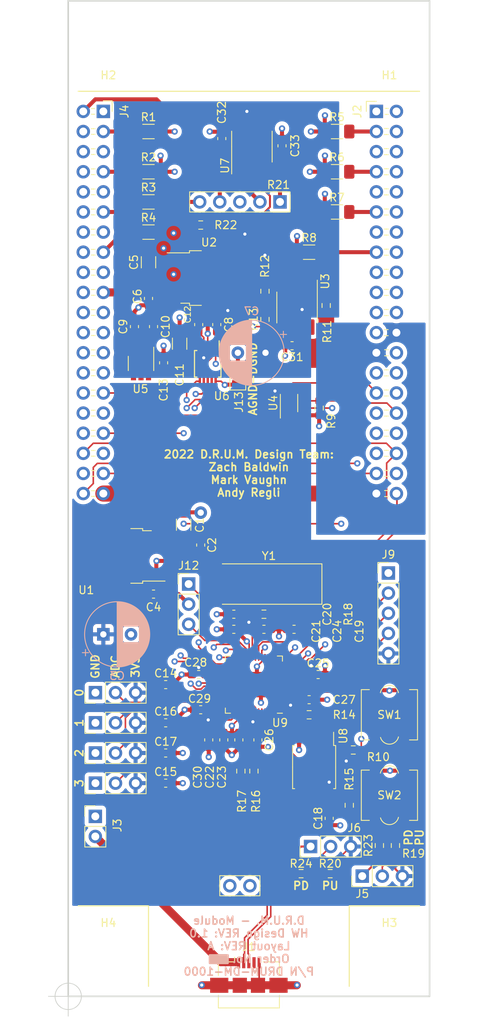
<source format=kicad_pcb>
(kicad_pcb (version 20211014) (generator pcbnew)
  (layers (0 "F.Cu" signal) (1 "In1.Cu" signal) (2 "In2.Cu" signal) (31 "B.Cu" signal) (34 "B.Paste" user) (35 "F.Paste" user) (36 "B.SilkS" user "B.Silkscreen") (37 "F.SilkS" user "F.Silkscreen") (38 "B.Mask" user) (39 "F.Mask" user) (44 "Edge.Cuts" user))
  (net 0 "")
  (net 1 "+5VD")
  (net 2 "GND")
  (net 3 "+3V3")
  (net 4 "+5VA")
  (net 5 "GNDA")
  (net 6 "+3.3VA")
  (net 7 "Net-(C10-Pad1)")
  (net 8 "Net-(C13-Pad1)")
  (net 9 "Net-(C19-Pad2)")
  (net 10 "Net-(C20-Pad1)")
  (net 11 "+1V1")
  (net 12 "Net-(J1-Pad1)")
  (net 13 "/USB_D-")
  (net 14 "/USB_D+")
  (net 16 "/A1")
  (net 17 "/A2")
  (net 18 "/A3")
  (net 19 "/A4")
  (net 20 "/A5")
  (net 21 "/A6")
  (net 22 "/A7")
  (net 23 "/A8")
  (net 25 "/CBUS_SDRETOUT")
  (net 26 "/CBUS_SDIN")
  (net 27 "/CBUS_SCK")
  (net 28 "/CBUS_DRDY")
  (net 29 "/CBUS_EXTRA")
  (net 30 "/Audio Out")
  (net 32 "/CBUS_SDRETIN")
  (net 33 "/CBUS_NEXTPRSNT")
  (net 34 "/CBUS_SDOUT")
  (net 35 "/D.R.U.M. Module Digital/GPIO4_BTN0")
  (net 36 "/D.R.U.M. Module Digital/GPIO5_BTN1")
  (net 37 "/D.R.U.M. Module Digital/GPIO26_ADC0")
  (net 38 "/D.R.U.M. Module Digital/GPIO28_ADC2")
  (net 39 "/D.R.U.M. Module Digital/GPIO3_ENC2")
  (net 40 "/D.R.U.M. Module Digital/GPIO2_ENC1")
  (net 41 "/D.R.U.M. Module Digital/GPIO1_ENC0")
  (net 42 "/D.R.U.M. Module Digital/GPIO27_ADC1")
  (net 43 "/D.R.U.M. Module Digital/GPIO29_ADC3")
  (net 44 "Net-(J12-Pad1)")
  (net 45 "Net-(J12-Pad3)")
  (net 46 "/RUN")
  (net 47 "Net-(R11-Pad2)")
  (net 48 "/CHANNEL_FULL")
  (net 49 "/D.R.U.M. Module Digital/FCSB")
  (net 50 "Net-(R15-Pad2)")
  (net 51 "/D.R.U.M. Module Digital/_USB_D+")
  (net 52 "/D.R.U.M. Module Digital/_USB_D-")
  (net 53 "Net-(R18-Pad2)")
  (net 54 "Net-(C33-Pad1)")
  (net 55 "Net-(R21-Pad2)")
  (net 59 "/DAC_CSB")
  (net 60 "/DAC_SDAT")
  (net 61 "/DAC_SCK")
  (net 65 "/D.R.U.M. Module Digital/FD1")
  (net 66 "/D.R.U.M. Module Digital/FD2")
  (net 67 "/D.R.U.M. Module Digital/FD0")
  (net 68 "/D.R.U.M. Module Digital/FSCLK")
  (net 69 "/D.R.U.M. Module Digital/FD3")
  (net 71 "/DAC_LDACB")
  (net 84 "Net-(R22-Pad1)")
  (footprint "Capacitor_SMD:C_0603_1608Metric_Pad1.08x0.95mm_HandSolder" (layer "F.Cu") (at 155.575 122.555)
    (fp_text reference "C19")
    (fp_text value "27p")
  )
  (footprint "Resistor_SMD:R_0603_1608Metric_Pad0.98x0.95mm_HandSolder" (layer "F.Cu") (at 166.37 149.86 -90)
    (fp_text reference "R23")
    (fp_text value "10k")
  )
  (footprint "Capacitor_SMD:C_0603_1608Metric_Pad1.08x0.95mm_HandSolder" (layer "F.Cu") (at 147.955 122.555 180)
    (fp_text reference "C21")
    (fp_text value "0.1u")
  )
  (footprint "Connector_PinHeader_2.54mm:PinHeader_1x03_P2.54mm_Vertical" (layer "F.Cu") (at 130.444 134.366 90)
    (fp_text reference "J10" hide)
    (fp_text value "Conn_01x03")
  )
  (footprint "Connector_PinHeader_2.54mm:PinHeader_1x05_P2.54mm_Vertical" (layer "F.Cu") (at 167.513 115.448)
    (fp_text reference "J9")
    (fp_text value "Conn_01x05_Male")
  )
  (footprint "Capacitor_SMD:C_0603_1608Metric_Pad1.08x0.95mm_HandSolder" (layer "F.Cu") (at 137.795 118.11)
    (fp_text reference "C4")
    (fp_text value "1u")
  )
  (footprint "Resistor_SMD:R_0603_1608Metric_Pad0.98x0.95mm_HandSolder" (layer "F.Cu") (at 163.068 137.795)
    (fp_text reference "R10")
    (fp_text value "10k")
  )
  (footprint "Connector_PinHeader_2.54mm:PinHeader_1x03_P2.54mm_Vertical" (layer "F.Cu") (at 130.444 138.176 90)
    (fp_text reference "J8" hide)
    (fp_text value "Conn_01x03")
  )
  (footprint "Resistor_SMD:R_0603_1608Metric_Pad0.98x0.95mm_HandSolder" (layer "F.Cu") (at 151.765 120.65)
    (fp_text reference "R18")
    (fp_text value "1k")
  )
  (footprint "Capacitor_SMD:C_0603_1608Metric_Pad1.08x0.95mm_HandSolder" (layer "F.Cu") (at 146.685 136.525 -90)
    (fp_text reference "C22")
    (fp_text value "0.1u")
  )
  (footprint "Connector_PinHeader_2.54mm:PinHeader_1x03_P2.54mm_Vertical" (layer "F.Cu") (at 130.444 141.986 90)
    (fp_text reference "J11" hide)
    (fp_text value "Conn_01x03")
  )
  (footprint "Resistor_SMD:R_1206_3216Metric_Pad1.30x1.75mm_HandSolder" (layer "F.Cu") (at 137.16 68.58)
    (fp_text reference "R3")
    (fp_text value "100k")
  )
  (footprint "Resistor_SMD:R_0603_1608Metric_Pad0.98x0.95mm_HandSolder" (layer "F.Cu") (at 162.56 144.78 -90)
    (fp_text reference "R15")
    (fp_text value "1k")
  )
  (footprint "Package_SO:SOIC-8_5.23x5.23mm_P1.27mm" (layer "F.Cu") (at 158.115 139.954 -90)
    (fp_text reference "U8")
    (fp_text value "W25Q128JVS")
  )
  (footprint "Capacitor_SMD:C_0603_1608Metric_Pad1.08x0.95mm_HandSolder" (layer "F.Cu") (at 139.334 129.54)
    (fp_text reference "C14")
    (fp_text value "1u")
  )
  (footprint "Resistor_SMD:R_0603_1608Metric_Pad0.98x0.95mm_HandSolder" (layer "F.Cu") (at 151.892 83.4155 90)
    (fp_text reference "R13")
    (fp_text value "10k")
  )
  (footprint "Capacitor_SMD:C_0603_1608Metric_Pad1.08x0.95mm_HandSolder" (layer "F.Cu") (at 143.51 128.27 180)
    (fp_text reference "C28")
    (fp_text value "0.1u")
  )
  (footprint "Resistor_SMD:R_0603_1608Metric_Pad0.98x0.95mm_HandSolder" (layer "F.Cu") (at 148.844 140.462 90)
    (fp_text reference "R17")
    (fp_text value "27")
  )
  (footprint "Connector_USB:USB_Micro-B_Amphenol_10104110_Horizontal" (layer "F.Cu") (at 149.86 166.213)
    (fp_text reference "J1")
    (fp_text value "USB_B_Micro")
  )
  (footprint "Resistor_SMD:R_0603_1608Metric_Pad0.98x0.95mm_HandSolder" (layer "F.Cu") (at 151.892 79.8595 90)
    (fp_text reference "R12")
    (fp_text value "1k")
  )
  (footprint "Resistor_SMD:R_0603_1608Metric_Pad0.98x0.95mm_HandSolder" (layer "F.Cu") (at 160.147 153.416)
    (fp_text reference "R20")
    (fp_text value "10k")
  )
  (footprint "Capacitor_SMD:C_0603_1608Metric_Pad1.08x0.95mm_HandSolder" (layer "F.Cu") (at 143.764 132.715 180)
    (fp_text reference "C29")
    (fp_text value "0.1u")
  )
  (footprint "Capacitor_SMD:C_1206_3216Metric_Pad1.33x1.80mm_HandSolder" (layer "F.Cu") (at 141.097 86.487 90)
    (fp_text reference "C11")
    (fp_text value "10u")
  )
  (footprint "Package_SO:VSSOP-8_2.3x2mm_P0.5mm" (layer "F.Cu") (at 154.94 93.98 90)
    (fp_text reference "U4")
    (fp_text value "74LVC2G53")
  )
  (footprint "Resistor_SMD:R_0603_1608Metric_Pad0.98x0.95mm_HandSolder" (layer "F.Cu") (at 150.495 140.462 90)
    (fp_text reference "R16")
    (fp_text value "27")
  )
  (footprint "Package_DFN_QFN:QFN-56-1EP_7x7mm_P0.4mm_EP3.2x3.2mm" (layer "F.Cu") (at 150.495 129.54 180)
    (fp_text reference "U9")
    (fp_text value "RP2040")
  )
  (footprint "MountingHole:MountingHole_3.2mm_M3" (layer "F.Cu") (at 167.64 48.26)
    (fp_text reference "H1")
    (fp_text value "MountingHole")
  )
  (footprint "Resistor_SMD:R_0603_1608Metric_Pad0.98x0.95mm_HandSolder" (layer "F.Cu") (at 168.402 149.86 -90)
    (fp_text reference "R19")
    (fp_text value "10k")
  )
  (footprint "Capacitor_SMD:C_0603_1608Metric_Pad1.08x0.95mm_HandSolder" (layer "F.Cu") (at 148.59 136.525 -90)
    (fp_text reference "C23")
    (fp_text value "1u")
  )
  (footprint "Capacitor_SMD:C_0603_1608Metric_Pad1.08x0.95mm_HandSolder" (layer "F.Cu") (at 139.334 138.176)
    (fp_text reference "C17")
    (fp_text value "1u")
  )
  (footprint "custom:TE_ConnMSLPT5252CG1" (layer "F.Cu") (at 167.64 133.35)
    (fp_text reference "SW1")
    (fp_text value "SW_Push")
  )
  (footprint "Resistor_SMD:R_1206_3216Metric_Pad1.30x1.75mm_HandSolder" (layer "F.Cu") (at 137.16 59.69)
    (fp_text reference "R1")
    (fp_text value "100k")
  )
  (footprint "Capacitor_SMD:C_0603_1608Metric_Pad1.08x0.95mm_HandSolder" (layer "F.Cu") (at 139.334 141.986)
    (fp_text reference "C15")
    (fp_text value "1u")
  )
  (footprint "Capacitor_SMD:C_0603_1608Metric_Pad1.08x0.95mm_HandSolder" (layer "F.Cu") (at 145.796 84.074 90)
    (fp_text reference "C8")
    (fp_text value "1u")
  )
  (footprint "MountingHole:MountingHole_3.2mm_M3" (layer "F.Cu") (at 167.64 163.83)
    (fp_text reference "H3")
    (fp_text value "MountingHole")
  )
  (footprint "Resistor_SMD:R_0603_1608Metric_Pad0.98x0.95mm_HandSolder" (layer "F.Cu") (at 156.464 153.416 180)
    (fp_text reference "R24")
    (fp_text value "10k")
  )
  (footprint "Capacitor_SMD:C_0603_1608Metric_Pad1.08x0.95mm_HandSolder" (layer "F.Cu") (at 147.955 120.65 180)
    (fp_text reference "C20")
    (fp_text value "27p")
  )
  (footprint "Resistor_SMD:R_0603_1608Metric_Pad0.98x0.95mm_HandSolder" (layer "F.Cu") (at 159.639 81.661 90)
    (fp_text reference "R11")
    (fp_text value "10k")
  )
  (footprint "Capacitor_SMD:C_0603_1608Metric_Pad1.08x0.95mm_HandSolder" (layer "F.Cu") (at 143.51 84.074 90)
    (fp_text reference "C12")
    (fp_text value "1u")
  )
  (footprint "Package_TO_SOT_SMD:TO-252-2" (layer "F.Cu") (at 133.95 113.285 180)
    (fp_text reference "U1")
    (fp_text value "NCP1117-3.3_TO252")
  )
  (footprint "Connector_PinHeader_2.54mm:PinHeader_1x03_P2.54mm_Vertical" (layer "F.Cu") (at 142.24 116.84)
    (fp_text reference "J12")
    (fp_text value "Conn_01x03")
  )
  (footprint "Resistor_SMD:R_0603_1608Metric_Pad0.98x0.95mm_HandSolder" (layer "F.Cu") (at 143.764 71.501)
    (fp_text reference "R22")
    (fp_text value "10k")
  )
  (footprint "Capacitor_SMD:C_0603_1608Metric_Pad1.08x0.95mm_HandSolder" (layer "F.Cu") (at 154.051 61.4945 90)
    (fp_text reference "C33")
    (fp_text value "510p")
  )
  (footprint "Package_SO:SOIC-8_3.9x4.9mm_P1.27mm" (layer "F.Cu") (at 150.241 61.595 90)
    (fp_text reference "U7")
    (fp_text value "OPA340UA")
  )
  (footprint "Capacitor_SMD:C_0603_1608Metric_Pad1.08x0.95mm_HandSolder" (layer "F.Cu") (at 157.48 131.445)
    (fp_text reference "C27")
    (fp_text value "0.1u")
  )
  (footprint "custom:LINPOT-10KDB" (layer "F.Cu") (at 148.717 111.76)
    (fp_text reference "R21")
    (fp_text value "LINPOT-1KDB")
  )
  (footprint "Resistor_SMD:R_1206_3216Metric_Pad1.30x1.75mm_HandSolder" (layer "F.Cu") (at 137.16 64.77)
    (fp_text reference "R2")
    (fp_text value "100k")
  )
  (footprint "custom:TE_ConnMSLPT5252CG1" (layer "F.Cu") (at 167.64 143.51)
    (fp_text reference "SW2")
    (fp_text value "SW_Push")
  )
  (footprint "Capacitor_SMD:C_0603_1608Metric_Pad1.08x0.95mm_HandSolder" (layer "F.Cu") (at 137.795 84.328 90)
    (fp_text reference "C10")
    (fp_text value "0.1u")
  )
  (footprint "MountingHole:MountingHole_3.2mm_M3" (layer "F.Cu") (at 132.08 163.83)
    (fp_text reference "H4")
    (fp_text value "MountingHole")
  )
  (footprint "Capacitor_SMD:C_0603_1608Metric_Pad1.08x0.95mm_HandSolder" (layer "F.Cu") (at 151.003 136.525 -90)
    (fp_text reference "C26")
    (fp_text value "0.1u")
  )
  (footprint "Capacitor_SMD:C_0603_1608Metric_Pad1.08x0.95mm_HandSolder" (layer "F.Cu") (at 160.02 146.431 -90)
    (fp_text reference "C18")
    (fp_text value "0.1u")
  )
  (footprint "Resistor_SMD:R_1206_3216Metric_Pad1.30x1.75mm_HandSolder" (layer "F.Cu") (at 161.01 69.85)
    (fp_text reference "R7")
    (fp_text value "100k")
  )
  (footprint "Capacitor_SMD:C_0603_1608Metric_Pad1.08x0.95mm_HandSolder" (layer "F.Cu") (at 143.764 111.9135 -90)
    (fp_text reference "C2")
    (fp_text value "1u")
  )
  (footprint "Capacitor_SMD:C_0603_1608Metric_Pad1.08x0.95mm_HandSolder" (layer "F.Cu") (at 151.765 122.555)
    (fp_text reference "C24")
    (fp_text value "0.1u")
  )
  (footprint "Capacitor_SMD:C_1206_3216Metric_Pad1.33x1.80mm_HandSolder" (layer "F.Cu") (at 137.16 76.2 90)
    (fp_text reference "C5")
    (fp_text value "10u")
  )
  (footprint "Capacitor_SMD:C_0603_1608Metric_Pad1.08x0.95mm_HandSolder" (layer "F.Cu") (at 135.382 84.328 90)
    (fp_text reference "C9")
    (fp_text value "0.1u")
  )
  (footprint "Capacitor_SMD:C_0603_1608Metric_Pad1.08x0.95mm_HandSolder" (layer "F.Cu") (at 139.334 134.366)
    (fp_text reference "C16")
    (fp_text value "1u")
  )
  (footprint "Crystal:Crystal_SMD_HC49-SD" (layer "F.Cu") (at 152.4 116.84 180)
    (fp_text reference "Y1")
    (fp_text value "12MHz 18pF")
  )
  (footprint "MountingHole:MountingHole_3.2mm_M3" (layer "F.Cu") (at 132.08 48.26)
    (fp_text reference "H2")
    (fp_text value "MountingHole")
  )
  (footprint "Connector_PinHeader_2.54mm:PinHeader_1x03_P2.54mm_Vertical" (layer "F.Cu") (at 157.66625 149.987 90)
    (fp_text reference "J6")
    (fp_text value "Conn_01x03_Male")
  )
  (footprint "Capacitor_SMD:C_0603_1608Metric_Pad1.08x0.95mm_HandSolder" (layer "F.Cu") (at 144.78 136.525 -90)
    (fp_text reference "C30")
    (fp_text value "1u")
  )
  (footprint "Connector_PinSocket_2.54mm:PinSocket_2x20_P2.54mm_Horizontal" (layer "F.Cu") (at 131.445 57.15)
    (fp_text reference "J4")
    (fp_text value "40Pin 0.1\"")
  )
  (footprint "Connector_PinHeader_2.54mm:PinHeader_1x03_P2.54mm_Vertical" (layer "F.Cu") (at 164.2025 153.725 90)
    (fp_text reference "J5")
    (fp_text value "Conn_01x03_Male")
  )
  (footprint "Resistor_SMD:R_1206_3216Metric_Pad1.30x1.75mm_HandSolder" (layer "F.Cu") (at 157.48 74.93)
    (fp_text reference "R8")
    (fp_text value "100k")
  )
  (footprint "Connector_PinHeader_2.54mm:PinHeader_1x02_P2.54mm_Vertical" (layer "F.Cu") (at 130.429 146.177)
    (fp_text reference "J3")
    (fp_text value "Conn_01x02_Male")
  )
  (footprint "Connector_PinHeader_2.54mm:PinHeader_2x20_P2.54mm_Horizontal" (layer "F.Cu") (at 165.989 57.15)
    (fp_text reference "J2")
    (fp_text value "40Pin 0.1\"")
  )
  (footprint "Resistor_SMD:R_1206_3216Metric_Pad1.30x1.75mm_HandSolder" (layer "F.Cu") (at 161.01 59.69)
    (fp_text reference "R5")
    (fp_text value "100k")
  )
  (footprint "Resistor_SMD:R_1206_3216Metric_Pad1.30x1.75mm_HandSolder" (layer "F.Cu") (at 161.01 64.77)
    (fp_text reference "R6")
    (fp_text value "100k")
  )
  (footprint "Capacitor_SMD:C_0603_1608Metric_Pad1.08x0.95mm_HandSolder" (layer "F.Cu") (at 137.16 80.772 -90)
    (fp_text reference "C6")
    (fp_text value "1u")
  )
  (footprint "Package_SO:MSOP-10_3x3mm_P0.5mm" (layer "F.Cu") (at 144.653 89.027 -90)
    (fp_text reference "U6")
    (fp_text value "MAX5206")
  )
  (footprint "Jumper:SolderJumper-2_P1.3mm_Open_TrianglePad1.0x1.5mm" (layer "F.Cu") (at 148.463 90.932 90)
    (fp_text reference "J13")
    (fp_text value "0")
  )
  (footprint "Connector_PinHeader_2.54mm:PinHeader_1x03_P2.54mm_Vertical" (layer "F.Cu") (at 130.444 130.556 90)
    (fp_text reference "J7" hide)
    (fp_text value "Conn_01x03")
  )
  (footprint "Package_SO:SOIC-8_3.9x4.9mm_P1.27mm" (layer "F.Cu") (at 155.956 81.915 -90)
    (fp_text reference "U3")
    (fp_text value "OPA340UA")
  )
  (footprint "Capacitor_SMD:C_1206_3216Metric_Pad1.33x1.80mm_HandSolder" (layer "F.Cu") (at 141.605 109.347 90)
    (fp_text reference "C1")
    (fp_text value "10u")
  )
  (footprint "Package_TO_SOT_SMD:TO-252-2" (layer "F.Cu") (at 144.815 78.1925)
    (fp_text reference "U2")
    (fp_text value "NCP1117-3.3_TO252")
  )
  (footprint "Capacitor_SMD:C_0603_1608Metric_Pad1.08x0.95mm_HandSolder" (layer "F.Cu") (at 155.321 86.741 180)
    (fp_text reference "C31")
    (fp_text value "0.1u")
  )
  (footprint "Capacitor_SMD:C_0603_1608Metric_Pad1.08x0.95mm_HandSolder" (layer "F.Cu") (at 146.431 60.579 90)
    (fp_text reference "C32")
    (fp_text value "0.1u")
  )
  (footprint "Resistor_SMD:R_1206_3216Metric_Pad1.30x1.75mm_HandSolder" (layer "F.Cu") (at 137.16 72.39)
    (fp_text reference "R4")
    (fp_text value "100k")
  )
  (footprint "Capacitor_SMD:C_0603_1608Metric_Pad1.08x0.95mm_HandSolder" (layer "F.Cu") (at 158.623 128.27)
    (fp_text reference "C25")
    (fp_text value "0.1u")
  )
  (footprint "Package_TO_SOT_SMD:SOT-23-6_Handsoldering" (layer "F.Cu") (at 136.21 88.98 -90)
    (fp_text reference "U5")
    (fp_text value "MAX6070")
  )
  (footprint "Resistor_SMD:R_0603_1608Metric_Pad0.98x0.95mm_HandSolder" (layer "F.Cu") (at 158.75 94.615 -90)
    (fp_text reference "R9")
    (fp_text value "10k")
  )
  (footprint "Resistor_SMD:R_0603_1608Metric_Pad0.98x0.95mm_HandSolder" (layer "F.Cu") (at 157.48 133.35)
    (fp_text reference "R14")
    (fp_text value "10k")
  )
  (footprint "Capacitor_SMD:C_0603_1608Metric_Pad1.08x0.95mm_HandSolder" (layer "F.Cu") (at 139.07 88.9 90)
    (fp_text reference "C13")
    (fp_text value "0.1u")
  )
  (footprint "Capacitor_THT:CP_Radial_D8.0mm_P3.50mm" (layer "B.Cu") (at 131.445 123.19)
    (fp_text reference "C3")
    (fp_text value "100u")
  )
  (footprint "Capacitor_THT:CP_Radial_D8.0mm_P3.50mm" (layer "B.Cu") (at 151.963 87.63 180)
    (fp_text reference "C7")
    (fp_text value "100u")
  )
  (gr_line (start 137.16 157.48) (end 128.27 157.48) (layer "F.SilkS") (width 0.15))
  (gr_line (start 171.45 157.48) (end 162.56 157.48) (layer "F.SilkS") (width 0.15))
  (gr_line (start 162.56 157.48) (end 162.56 167.64) (layer "F.SilkS") (width 0.15))
  (gr_line (start 128.27 54.61) (end 171.45 54.61) (layer "F.SilkS") (width 0.15))
  (gr_line (start 137.16 167.64) (end 137.16 157.48) (layer "F.SilkS") (width 0.15))
  (gr_rect (start 127 43.18) (end 172.72 168.91) (layer "Edge.Cuts") (width 0.2) (fill none))
  (gr_text "D.R.U.M. - Module\nHW Design REV: 1.0\nLayout REV: A\nOrder No.    \nP/N DRUM-DM-1000" (at 149.86 162.56) (layer "B.SilkS") (effects (font (size 1 1) (thickness 0.2)) (justify mirror)))
  (gr_text "1" (at 128.397 134.366 90) (layer "F.SilkS") (effects (font (size 1 1) (thickness 0.2))))
  (gr_text "AGND-DGND" (at 150.368 90.932 90) (layer "F.SilkS") (effects (font (size 1 1) (thickness 0.2))))
  (gr_text "PU" (at 160.147 154.94) (layer "F.SilkS") (effects (font (size 1 1) (thickness 0.2))))
  (gr_text "ADC" (at 132.969 127.254 90) (layer "F.SilkS") (effects (font (size 1 1) (thickness 0.2))))
  (gr_text "3V3" (at 135.509 127.254 90) (layer "F.SilkS") (effects (font (size 1 1) (thickness 0.2))))
  (gr_text "PU" (at 171.45 148.844 90) (layer "F.SilkS") (effects (font (size 1 1) (thickness 0.2))))
  (gr_text "0" (at 128.397 130.556 90) (layer "F.SilkS") (effects (font (size 1 1) (thickness 0.2))))
  (gr_text "GND\n" (at 130.429 127.254 90) (layer "F.SilkS") (effects (font (size 1 1) (thickness 0.2))))
  (gr_text "3" (at 128.397 141.986 90) (layer "F.SilkS") (effects (font (size 1 1) (thickness 0.2))))
  (gr_text "PD" (at 170.053 148.844 90) (layer "F.SilkS") (effects (font (size 1 1) (thickness 0.2))))
  (gr_text "2022 D.R.U.M. Design Team:\nZach Baldwin\nMark Vaughn\nAndy Regli\n" (at 149.86 102.87) (layer "F.SilkS") (effects (font (size 1 1) (thickness 0.2))))
  (gr_text "2" (at 128.397 138.176 90) (layer "F.SilkS") (effects (font (size 1 1) (thickness 0.2))))
  (gr_text "PD" (at 156.464 154.94) (layer "F.SilkS") (effects (font (size 1 1) (thickness 0.2))))
  (target plus (at 127 168.91) (size 5) (width 0.1) (layer "Edge.Cuts"))
  (segment (start 141.7465 111.051) (end 141.605 110.9095) (width 0.508) (layer "F.Cu") (net 1))
  (segment (start 141.605 110.9095) (end 138.2455 110.9095) (width 0.508) (layer "F.Cu") (net 1))
  (segment (start 138.2455 110.9095) (end 138.15 111.005) (width 0.508) (layer "F.Cu") (net 1))
  (segment (start 143.764 111.051) (end 141.7465 111.051) (width 0.508) (layer "F.Cu") (net 1))
  (segment (start 138.15 111.005) (end 138.176 110.979) (width 2.032) (layer "F.Cu") (net 1))
  (segment (start 138.176 110.979) (end 138.176 105.41) (width 2.032) (layer "F.Cu") (net 1))
  (segment (start 131.445 105.41) (end 138.176 105.41) (width 2.032) (layer "F.Cu") (net 1))
  (segment (start 141.686 111.005) (end 141.732 111.051) (width 0.508) (layer "F.Cu") (net 1))
  (segment (start 138.176 105.41) (end 165.989 105.41) (width 2) (layer "F.Cu") (net 1))
  (segment (start 161.3905 147.2935) (end 161.417 147.32) (width 0.508) (layer "F.Cu") (net 2))
  (segment (start 142.6475 128.27) (end 141.351 128.27) (width 0.508) (layer "F.Cu") (net 2))
  (segment (start 140.97 118.11) (end 142.24 119.38) (width 0.508) (layer "F.Cu") (net 2))
  (segment (start 158.3425 131.445) (end 159.766 131.445) (width 0.508) (layer "F.Cu") (net 2))
  (segment (start 146.685 137.3875) (end 146.685 137.414) (width 0.508) (layer "F.Cu") (net 2))
  (segment (start 158.75 95.5275) (end 158.75 96.901) (width 0.508) (layer "F.Cu") (net 2))
  (segment (start 147.0925 122.555) (end 145.796 122.555) (width 0.508) (layer "F.Cu") (net 2))
  (segment (start 166.37 151.5575) (end 164.2025 153.725) (width 0.25) (layer "F.Cu") (net 2))
  (segment (start 140.1965 134.366) (end 141.732 132.8305) (width 0.508) (layer "F.Cu") (net 2))
  (segment (start 159.4855 127.1535) (end 159.4855 128.27) (width 0.508) (layer "F.Cu") (net 2))
  (segment (start 138.15 115.565) (end 138.15 113.945) (width 0.508) (layer "F.Cu") (net 2))
  (segment (start 155.5515 153.416) (end 155.5515 150.8995) (width 0.25) (layer "F.Cu") (net 2))
  (segment (start 153.67 122.555) (end 153.66916 122.55584) (width 0.508) (layer "F.Cu") (net 2))
  (segment (start 152.2465 137.3875) (end 152.273 137.414) (width 0.508) (layer "F.Cu") (net 2))
  (segment (start 150.495 129.54) (end 151.384 130.429) (width 0.508) (layer "F.Cu") (net 2))
  (segment (start 151.495 126.1025) (end 151.495 125.238) (width 0.2) (layer "F.Cu") (net 2))
  (segment (start 138.176 113.919) (end 142.621 113.919) (width 0.508) (layer "F.Cu") (net 2))
  (segment (start 155.5515 150.8995) (end 156.464 149.987) (width 0.25) (layer "F.Cu") (net 2))
  (segment (start 144.78 137.3875) (end 144.78 138.684) (width 0.508) (layer "F.Cu") (net 2))
  (segment (start 167.692 130.25) (end 167.64 130.302) (width 0.508) (layer "F.Cu") (net 2))
  (segment (start 142.621 113.919) (end 143.764 112.776) (width 0.508) (layer "F.Cu") (net 2))
  (segment (start 140.1965 141.986) (end 141.493 141.986) (width 0.508) (layer "F.Cu") (net 2))
  (segment (start 169.49 130.25) (end 167.692 130.25) (width 0.508) (layer "F.Cu") (net 2))
  (segment (start 150.876 129.159) (end 150.495 129.54) (width 0.508) (layer "F.Cu") (net 2))
  (segment (start 140.1965 129.54) (end 141.351 128.3855) (width 0.508) (layer "F.Cu") (net 2))
  (segment (start 159.512 127.127) (end 159.4855 127.1535) (width 0.508) (layer "F.Cu") (net 2))
  (segment (start 153.61 167.513) (end 155.926 167.513) (width 1.016) (layer "F.Cu") (net 2))
  (segment (start 166.37 150.7725) (end 166.37 151.5575) (width 0.25) (layer "F.Cu") (net 2))
  (segment (start 146.849 91.657) (end 146.812 91.694) (width 0.508) (layer "F.Cu") (net 2))
  (segment (start 142.9015 132.715) (end 141.732 132.715) (width 0.508) (layer "F.Cu") (net 2))
  (segment (start 141.351 128.3855) (end 141.351 128.27) (width 0.508) (layer "F.Cu") (net 2))
  (segment (start 146.11 167.513) (end 143.921 167.513) (width 1.016) (layer "F.Cu") (net 2))
  (segment (start 140.1965 138.176) (end 141.493 138.176) (width 0.508) (layer "F.Cu") (net 2))
  (segment (start 148.59 137.541) (end 147.701 138.43) (width 0.508) (layer "F.Cu") (net 2))
  (segment (start 153.66916 122.55584) (end 153.66916 123.442) (width 0.508) (layer "F.Cu") (net 2))
  (segment (start 138.6575 118.11) (end 140.97 118.11) (width 0.508) (layer "F.Cu") (net 2))
  (segment (start 153.67 122.555) (end 154.7125 122.555) (width 0.508) (layer "F.Cu") (net 2))
  (segment (start 165.79 140.41) (end 169.49 140.41) (width 0.508) (layer "F.Cu") (net 2))
  (segment (start 151.495 125.238) (end 151.892 124.841) (width 0.2) (layer "F.Cu") (net 2))
  (segment (start 151.16 167.363) (end 151.01 167.513) (width 0.2) (layer "F.Cu") (net 2))
  (segment (start 151.495 126.1025) (end 151.495 126.635) (width 0.2) (layer "F.Cu") (net 2))
  (segment (start 147.0925 120.65) (end 145.796 120.65) (width 0.508) (layer "F.Cu") (net 2))
  (segment (start 151.384 130.429) (end 151.384 131.826) (width 0.508) (layer "F.Cu") (net 2))
  (segment (start 156.464 149.987) (end 157.66625 149.987) (width 0.25) (layer "F.Cu") (net 2))
  (segment (start 150.876 127.254) (end 150.876 129.159) (width 0.508) (layer "F.Cu") (net 2))
  (segment (start 143.7255 107.7845) (end 143.764 107.823) (width 0.508) (layer "F.Cu") (net 2))
  (segment (start 141.605 107.7845) (end 143.7255 107.7845) (width 0.508) (layer "F.Cu") (net 2))
  (segment (start 151.003 137.3875) (end 152.2465 137.3875) (width 0.508) (layer "F.Cu") (net 2))
  (segment (start 141.732 132.8305) (end 141.732 132.715) (width 0.508) (layer "F.Cu") (net 2))
  (segment (start 148.59 137.3875) (end 148.59 137.541) (width 0.508) (layer "F.Cu") (net 2))
  (segment (start 151.495 126.635) (end 150.876 127.254) (width 0.2) (layer "F.Cu") (net 2))
  (segment (start 138.6575 116.0725) (end 138.15 115.565) (width 0.508) (layer "F.Cu") (net 2))
  (segment (start 146.345 91.227) (end 146.812 91.694) (width 0.2) (layer "F.Cu") (net 2))
  (segment (start 146.11 167.513) (end 153.61 167.513) (width 1.016) (layer "F.Cu") (net 2))
  (segment (start 152.6275 122.555) (end 153.67 122.555) (width 0.508) (layer "F.Cu") (net 2))
  (segment (start 165.79 130.25) (end 167.588 130.25) (width 0.508) (layer "F.Cu") (net 2))
  (segment (start 160.02 147.2935) (end 161.3905 147.2935) (width 0.508) (layer "F.Cu") (net 2))
  (segment (start 138.6575 118.11) (end 138.6575 116.0725) (width 0.508) (layer "F.Cu") (net 2))
  (segment (start 148.463 91.657) (end 146.849 91.657) (width 0.508) (layer "F.Cu") (net 2))
  (segment (start 146.685 137.414) (end 147.701 138.43) (width 0.508) (layer "F.Cu") (net 2))
  (segment (start 167.588 130.25) (end 167.64 130.302) (width 0.508) (layer "F.Cu") (net 2))
  (segment (start 138.15 113.945) (end 138.176 113.919) (width 0.508) (layer "F.Cu") (net 2))
  (segment (start 158.75 95.5275) (end 154.7935 95.5275) (width 0.508) (layer "F.Cu") (net 2))
  (segment (start 151.16 164.663) (end 151.16 167.363) (width 0.2) (layer "F.Cu") (net 2))
  (segment (start 146.345 91.227) (end 145.653 91.227) (width 0.2) (layer "F.Cu") (net 2))
  (segment (start 156.21 136.354) (end 156.21 137.795) (width 0.508) (layer "F.Cu") (net 2))
  (via (at 151.384 131.826) (size 0.8) (drill 0.4) (layers "F.Cu" "B.Cu") (net 2))
  (via (at 141.351 128.27) (size 0.8) (drill 0.4) (layers "F.Cu" "B.Cu") (net 2))
  (via (at 167.715 140.41) (size 0.8) (drill 0.4) (layers "F.Cu" "B.Cu") (net 2))
  (via (at 144.78 138.684) (size 0.8) (drill 0.4) (layers "F.Cu" "B.Cu") (net 2))
  (via (at 152.273 137.414) (size 0.8) (drill 0.4) (layers "F.Cu" "B.Cu") (net 2))
  (via (at 145.796 120.65) (size 0.8) (drill 0.4) (layers "F.Cu" "B.Cu") (net 2))
  (via (at 151.892 124.841) (size 0.8) (drill 0.4) (layers "F.Cu" "B.Cu") (net 2))
  (via (at 141.493 138.176) (size 0.8) (drill 0.4) (layers "F.Cu" "B.Cu") (net 2))
  (via (at 159.766 131.445) (size 0.8) (drill 0.4) (layers "F.Cu" "B.Cu") (net 2))
  (via (at 155.956 167.483) (size 0.8) (drill 0.4) (layers "F.Cu" "B.Cu") (net 2))
  (via (at 159.512 127.127) (size 0.8) (drill 0.4) (layers "F.Cu" "B.Cu") (net 2))
  (via (at 141.732 132.715) (size 0.8) (drill 0.4) (layers "F.Cu" "B.Cu") (net 2))
  (via (at 145.796 122.555) (size 0.8) (drill 0.4) (layers "F.Cu" "B.Cu") (net 2))
  (via (at 147.701 138.43) (size 0.8) (drill 0.4) (layers "F.Cu" "B.Cu") (net 2))
  (via (at 153.66916 123.442) (size 0.8) (drill 0.4) (layers "F.Cu" "B.Cu") (net 2))
  (via (at 146.812 91.694) (size 0.8) (drill 0.4) (layers "F.Cu" "B.Cu") (net 2))
  (via (at 143.764 107.823) (size 1.6) (drill 0.8) (layers "F.Cu" "B.Cu") (net 2))
  (via (at 156.21 137.795) (size 0.8) (drill 0.4) (layers "F.Cu" "B.Cu") (net 2))
  (via (at 143.891 167.483) (size 0.8) (drill 0.4) (layers "F.Cu" "B.Cu") (net 2))
  (via (at 138.176 113.919) (size 0.8) (drill 0.4) (layers "F.Cu" "B.Cu") (net 2))
  (via (at 167.64 130.302) (size 0.8) (drill 0.4) (layers "F.Cu" "B.Cu") (net 2))
  (via (at 161.417 147.32) (size 0.8) (drill 0.4) (layers "F.Cu" "B.Cu") (net 2))
  (via (at 141.493 141.986) (size 0.8) (drill 0.4) (layers "F.Cu" "B.Cu") (net 2))
  (via (at 150.876 127.254) (size 0.8) (drill 0.4) (layers "F.Cu" "B.Cu") (net 2))
  (via (at 158.75 96.901) (size 0.8) (drill 0.4) (layers "F.Cu" "B.Cu") (net 2))
  (segment (start 150.368 134.239) (end 150.368 135.0275) (width 0.2) (layer "F.Cu") (net 3))
  (segment (start 147.895 132.9775) (end 147.895 132.401) (width 0.2) (layer "F.Cu") (net 3))
  (segment (start 144.78 135.6625) (end 144.78 134.062887) (width 0.508) (layer "F.Cu") (net 3))
  (segment (start 162.179 139.192) (end 162.1555 139.1685) (width 0.508) (layer "F.Cu") (net 3))
  (segment (start 147.895 133.724) (end 147.620613 133.998387) (width 0.2) (layer "F.Cu") (net 3))
  (segment (start 138.4715 138.176) (end 135.524 138.176) (width 0.508) (layer "F.Cu") (net 3))
  (segment (start 150.749 122.555) (end 149.86 121.666) (width 0.508) (layer "F.Cu") (net 3))
  (segment (start 168.402 152.8445) (end 169.2825 153.725) (width 0.25) (layer "F.Cu") (net 3))
  (segment (start 147.0575 128.54) (end 145.943276 128.54) (width 0.2) (layer "F.Cu") (net 3))
  (segment (start 144.380414 128.262086) (end 144.3725 128.27) (width 0.2) (layer "F.Cu") (net 3))
  (segment (start 157.734 128.2435) (end 157.7605 128.27) (width 0.508) (layer "F.Cu") (net 3))
  (segment (start 156.5675 133.35) (end 155.702 133.35) (width 0.2) (layer "F.Cu") (net 3))
  (segment (start 150.295 134.166) (end 150.295 132.9775) (width 0.2) (layer "F.Cu") (net 3))
  (segment (start 160.02 143.554) (end 160.02 141.859) (width 0.508) (layer "F.Cu") (net 3))
  (segment (start 145.99 132.14) (end 145.415 132.715) (width 0.2) (layer "F.Cu") (net 3))
  (segment (start 161.0595 151.67375) (end 162.74625 149.987) (width 0.2) (layer "F.Cu") (net 3))
  (segment (start 147.620613 133.998387) (end 144.7155 133.998387) (width 0.2) (layer "F.Cu") (net 3))
  (segment (start 149.895 132.9775) (end 150.295 132.9775) (width 0.2) (layer "F.Cu") (net 3))
  (segment (start 155.702 133.35) (end 155.134 132.782) (width 0.2) (layer "F.Cu") (net 3))
  (segment (start 138.4715 134.366) (end 135.524 134.366) (width 0.508) (layer "F.Cu") (net 3))
  (segment (start 154.19 92.43) (end 153.188 92.43) (width 0.2) (layer "F.Cu") (net 3))
  (segment (start 144.78 134.062887) (end 144.7155 133.998387) (width 0.508) (layer "F.Cu") (net 3))
  (segment (start 162.1555 139.1685) (end 162.1555 137.795) (width 0.508) (layer "F.Cu") (net 3))
  (segment (start 138.4715 129.54) (end 137.4555 130.556) (width 0.508) (layer "F.Cu") (net 3))
  (segment (start 137.4555 130.556) (end 135.524 130.556) (width 0.508) (layer "F.Cu") (net 3))
  (segment (start 150.368 135.0275) (end 151.003 135.6625) (width 0.2) (layer "F.Cu") (net 3))
  (segment (start 147.895 132.9775) (end 147.895 133.724) (width 0.2) (layer "F.Cu") (net 3))
  (segment (start 153.188 92.43) (end 153.162 92.456) (width 0.2) (layer "F.Cu") (net 3))
  (segment (start 145.665362 128.262086) (end 144.380414 128.262086) (width 0.2) (layer "F.Cu") (net 3))
  (segment (start 144.3725 128.27) (end 144.3725 128.2435) (width 0.508) (layer "F.Cu") (net 3))
  (segment (start 150.368 134.239) (end 150.295 134.166) (width 0.2) (layer "F.Cu") (net 3))
  (segment (start 155.134 132.782) (end 155.134 132.14) (width 0.2) (layer "F.Cu") (net 3))
  (segment (start 160.02 145.5685) (end 160.02 143.554) (width 0.508) (layer "F.Cu") (net 3))
  (segment (start 153.9325 128.54) (end 157.4905 128.54) (width 0.2) (layer "F.Cu") (net 3))
  (segment (start 147.895 132.9775) (end 148.295 132.9775) (width 0.2) (layer "F.Cu") (net 3))
  (segment (start 168.402 150.7725) (end 168.402 152.8445) (width 0.25) (layer "F.Cu") (net 3))
  (segment (start 155.829 131.445) (end 155.134 132.14) (width 0.2) (layer "F.Cu") (net 3))
  (segment (start 150.9025 122.555) (end 150.749 122.555) (width 0.508) (layer "F.Cu") (net 3))
  (segment (start 157.734 127.127) (end 157.734 128.2435) (width 0.508) (layer "F.Cu") (net 3))
  (segment (start 156.6175 131.445) (end 155.829 131.445) (width 0.2) (layer "F.Cu") (net 3))
  (segment (start 150.295 126.1025) (end 150.295 123.1625) (width 0.2) (layer "F.Cu") (net 3))
  (segment (start 161.0595 153.416) (end 161.0595 151.67375) (width 0.2) (layer "F.Cu") (net 3))
  (segment (start 150.295 123.1625) (end 150.9025 122.555) (width 0.2) (layer "F.Cu") (net 3))
  (segment (start 155.134 132.14) (end 153.9325 132.14) (width 0.2) (layer "F.Cu") (net 3))
  (segment (start 147.895 132.401) (end 147.634 132.14) (width 0.2) (layer "F.Cu") (net 3))
  (segment (start 145.943276 128.54) (end 145.665362 128.262086) (width 0.2) (layer "F.Cu") (net 3))
  (segment (start 144.6265 132.715) (end 144.6265 133.909387) (width 0.508) (layer "F.Cu") (net 3))
  (segment (start 147.634 132.14) (end 147.0575 132.14) (width 0.2) (layer "F.Cu") (net 3))
  (segment (start 144.3725 128.2435) (end 143.51 127.381) (width 0.508) (layer "F.Cu") (net 3))
  (segment (start 144.6265 133.909387) (end 144.7155 133.998387) (width 0.508) (layer "F.Cu") (net 3))
  (segment (start 145.415 132.715) (end 144.3725 132.715) (width 0.2) (layer "F.Cu") (net 3))
  (segment (start 157.4905 128.54) (end 157.7605 128.27) (width 0.2) (layer "F.Cu") (net 3))
  (segment (start 138.4715 141.986) (end 135.524 141.986) (width 0.508) (layer "F.Cu") (net 3))
  (segment (start 147.0575 132.14) (end 145.99 132.14) (width 0.2) (layer "F.Cu") (net 3))
  (via (at 144.7155 133.998387) (size 0.8) (drill 0.4) (layers "F.Cu" "B.Cu") (net 3))
  (via (at 160.02 141.859) (size 0.8) (drill 0.4) (layers "F.Cu" "B.Cu") (net 3))
  (via (at 143.51 127.381) (size 0.8) (drill 0.4) (layers "F.Cu" "B.Cu") (net 3))
  (via (at 157.734 127.127) (size 0.8) (drill 0.4) (layers "F.Cu" "B.Cu") (net 3))
  (via (at 150.368 134.239) (size 0.8) (drill 0.4) (layers "F.Cu" "B.Cu") (net 3))
  (via (at 155.134 132.14) (size 0.8) (drill 0.4) (layers "F.Cu" "B.Cu") (net 3))
  (via (at 153.162 92.456) (size 0.8) (drill 0.4) (layers "F.Cu" "B.Cu") (net 3))
  (via (at 162.179 139.192) (size 0.8) (drill 0.4) (layers "F.Cu" "B.Cu") (net 3))
  (via (at 149.86 121.666) (size 0.8) (drill 0.4) (layers "F.Cu" "B.Cu") (net 3))
  (segment (start 138.3295 79.9095) (end 137.16 79.9095) (width 1.016) (layer "F.Cu") (net 4))
  (segment (start 135.26 90.33) (end 135.26 87.63) (width 0.508) (layer "F.Cu") (net 4))
  (segment (start 133.985 83.943139) (end 133.985 80.01) (width 1.016) (layer "F.Cu") (net 4))
  (segment (start 135.26 85.3125) (end 135.382 85.1905) (width 0.508) (layer "F.Cu") (net 4))
  (segment (start 135.232361 85.1905) (end 133.985 83.943139) (width 1.016) (layer "F.Cu") (net 4))
  (segment (start 135.26 87.63) (end 135.26 85.3125) (width 0.508) (layer "F.Cu") (net 4))
  (segment (start 137.0595 80.01) (end 137.16 79.9095) (width 1.016) (layer "F.Cu") (net 4))
  (segment (start 137.16 79.9095) (end 137.16 77.7625) (width 1.016) (layer "F.Cu") (net 4))
  (segment (start 133.985 80.01) (end 137.0595 80.01) (width 1.016) (layer "F.Cu") (net 4))
  (segment (start 138.8925 80.4725) (end 138.3295 79.9095) (width 1.016) (layer "F.Cu") (net 4))
  (segment (start 135.382 85.1905) (end 135.232361 85.1905) (width 1.016) (layer "F.Cu") (net 4))
  (segment (start 131.445 80.01) (end 133.985 80.01) (width 1.016) (layer "F.Cu") (net 4))
  (segment (start 140.615 80.4725) (end 138.8925 80.4725) (width 1.016) (layer "F.Cu") (net 4))
  (segment (start 144.653 85.217) (end 144.653 86.827) (width 0.2) (layer "F.Cu") (net 5))
  (segment (start 136.452499 83.538001) (end 136.452499 86.066943) (width 0.508) (layer "F.Cu") (net 5))
  (segment (start 153.797 67.183) (end 153.797 68.58) (width 0.508) (layer "F.Cu") (net 5))
  (segment (start 154.051 75.946) (end 155.067 74.93) (width 0.2) (layer "F.Cu") (net 5))
  (segment (start 154.051 78.994) (end 154.004 78.947) (width 0.2) (layer "F.Cu") (net 5))
  (segment (start 136.452499 86.066943) (end 136.21 86.309442) (width 0.508) (layer "F.Cu") (net 5))
  (segment (start 159.46 59.69) (end 159.46 57.684) (width 0.508) (layer "F.Cu") (net 5))
  (segment (start 136.21 86.309442) (end 136.21 87.63) (width 0.508) (layer "F.Cu") (net 5))
  (segment (start 144.653 85.217) (end 144.653 83.238) (width 0.508) (layer "F.Cu") (net 5))
  (segment (start 154.051 60.632) (end 154.051 59.309) (width 0.508) (layer "F.Cu") (net 5))
  (segment (start 138.2075 88.9) (end 139.07 88.0375) (width 0.508) (layer "F.Cu") (net 5))
  (segment (start 138.71 62.764) (end 138.684 62.738) (width 0.508) (layer "F.Cu") (net 5))
  (segment (start 159.46 64.77) (end 159.46 62.764) (width 0.508) (layer "F.Cu") (net 5))
  (segment (start 148.463 87.63) (end 148.463 90.203) (width 0.508) (layer "F.Cu") (net 5))
  (segment (start 159.46 59.69) (end 157.708 59.69) (width 0.508) (layer "F.Cu") (net 5))
  (segment (start 144.6265 83.2115) (end 145.796 83.2115) (width 0.508) (layer "F.Cu") (net 5))
  (segment (start 154.051 79.44) (end 154.051 75.946) (width 0.2) (layer "F.Cu") (net 5))
  (segment (start 154.004 78.947) (end 151.892 78.947) (width 0.2) (layer "F.Cu") (net 5))
  (segment (start 159.46 64.77) (end 157.581 64.77) (width 0.508) (layer "F.Cu") (net 5))
  (segment (start 155.93 74.93) (end 155.93 72.924) (width 0.508) (layer "F.Cu") (net 5))
  (segment (start 136.525 88.9) (end 138.2075 88.9) (width 0.508) (layer "F.Cu") (net 5))
  (segment (start 144.9335 59.7165) (end 144.907 59.69) (width 0.508) (layer "F.Cu") (net 5))
  (segment (start 154.4585 86.741) (end 154.4585 87.9845) (width 0.508) (layer "F.Cu") (net 5))
  (segment (start 138.71 68.58) (end 143.637 68.58) (width 0.508) (layer "F.Cu") (net 5))
  (segment (start 135.382 83.4655) (end 136.525 83.4655) (width 0.508) (layer "F.Cu") (net 5))
  (segment (start 146.431 59.7165) (end 144.9335 59.7165) (width 0.508) (layer "F.Cu") (net 5))
  (segment (start 159.46 67.59) (end 159.46 69.85) (width 0.508) (layer "F.Cu") (net 5))
  (segment (start 144.653 83.238) (end 144.6265 83.2115) (width 0.508) (layer "F.Cu") (net 5))
  (segment (start 135.382 82.423) (end 135.89 81.915) (width 0.508) (layer "F.Cu") (net 5))
  (segment (start 137.795 82.2695) (end 137.16 81.6345) (width 0.508) (layer "F.Cu") (net 5))
  (segment (start 143.51 83.2115) (end 144.6265 83.2115) (width 0.508) (layer "F.Cu") (net 5))
  (segment (start 159.486 67.564) (end 159.46 67.59) (width 0.508) (layer "F.Cu") (net 5))
  (segment (start 138.71 64.77) (end 140.462 64.77) (width 0.508) (layer "F.Cu") (net 5))
  (segment (start 155.067 74.93) (end 155.93 74.93) (width 0.2) (layer "F.Cu") (net 5))
  (segment (start 136.525 83.4655) (end 136.452499 83.538001) (width 0.508) (layer "F.Cu") (net 5))
  (segment (start 136.21 88.585) (end 136.525 88.9) (width 0.508) (layer "F.Cu") (net 5))
  (segment (start 154.4585 87.9845) (end 154.432 88.011) (width 0.508) (layer "F.Cu") (net 5))
  (segment (start 155.93 72.924) (end 155.956 72.898) (width 0.508) (layer "F.Cu") (net 5))
  (segment (start 152.146 64.07) (end 152.146 65.532) (width 0.508) (layer "F.Cu") (net 5))
  (segment (start 137.795 83.4655) (end 137.795 82.2695) (width 0.508) (layer "F.Cu") (net 5))
  (segment (start 141.097 84.9245) (end 141.097 83.185) (width 0.508) (layer "F.Cu") (net 5))
  (segment (start 136.1705 81.6345) (end 135.89 81.915) (width 0.508) (layer "F.Cu") (net 5))
  (segment (start 138.71 59.69) (end 140.462 59.69) (width 0.508) (layer "F.Cu") (net 5))
  (segment (start 136.525 83.4655) (end 137.795 83.4655) (width 0.508) (layer "F.Cu") (net 5))
  (segment (start 139.065 86.741) (end 139.07 86.746) (width 0.508) (layer "F.Cu") (net 5))
  (segment (start 137.16 81.6345) (end 136.1705 81.6345) (width 0.508) (layer "F.Cu") (net 5))
  (segment (start 154.051 79.44) (end 154.051 78.994) (width 0.2) (layer "F.Cu") (net 5))
  (segment (start 138.71 64.77) (end 138.71 62.764) (width 0.508) (layer "F.Cu") (net 5))
  (segment (start 152.146 65.532) (end 153.797 67.183) (width 0.508) (layer "F.Cu") (net 5))
  (segment (start 136.21 87.63) (end 136.21 88.585) (width 0.508) (layer "F.Cu") (net 5))
  (segment (start 139.07 86.746) (end 139.07 88.0375) (width 0.508) (layer "F.Cu") (net 5))
  (segment (start 135.382 83.4655) (end 135.382 82.423) (width 0.508) (layer "F.Cu") (net 5))
  (via (at 159.486 62.738) (size 0.8) (drill 0.4) (layers "F.Cu" "B.Cu") (net 5))
  (via (at 157.708 59.69) (size 0.8) (drill 0.4) (layers "F.Cu" "B.Cu") (net 5))
  (via (at 154.051 59.309) (size 0.8) (drill 0.4) (layers "F.Cu" "B.Cu") (net 5))
  (via (at 140.335 72.517) (size 0.8) (drill 0.4) (layers "F.Cu" "B.Cu") (net 5))
  (via (at 138.684 62.738) (size 0.8) (drill 0.4) (layers "F.Cu" "B.Cu") (net 5))
  (via (at 159.486 57.658) (size 0.8) (drill 0.4) (layers "F.Cu" "B.Cu") (net 5))
  (via (at 135.89 81.915) (size 0.8) (drill 0.4) (layers "F.Cu" "B.Cu") (net 5))
  (via (at 141.097 83.185) (size 0.8) (drill 0.4) (layers "F.Cu" "B.Cu") (net 5))
  (via (at 139.065 86.741) (size 0.8) (drill 0.4) (layers "F.Cu" "B.Cu") (net 5))
  (via (at 140.335 77.724) (size 0.8) (drill 0.4) (layers "F.Cu" "B.Cu") (net 5))
  (via (at 154.432 88.011) (size 0.8) (drill 0.4) (layers "F.Cu" "B.Cu") (net 5))
  (via (at 144.907 59.69) (size 0.8) (drill 0.4) (layers "F.Cu" "B.Cu") (net 5))
  (via (at 140.462 64.77) (size 0.8) (drill 0.4) (layers "F.Cu" "B.Cu") (net 5))
  (via (at 144.653 85.217) (size 0.8) (drill 0.4) (layers "F.Cu" "B.Cu") (net 5))
  (via (at 139.065 74.422) (size 0.8) (drill 0.4) (layers "F.Cu" "B.Cu") (net 5))
  (via (at 157.581 64.77) (size 0.8) (drill 0.4) (layers "F.Cu" "B.Cu") (net 5))
  (via (at 159.486 67.564) (size 0.8) (drill 0.4) (layers "F.Cu" "B.Cu") (net 5))
  (via (at 155.956 72.898) (size 0.8) (drill 0.4) (layers "F.Cu" "B.Cu") (net 5))
  (via (at 140.462 59.69) (size 0.8) (drill 0.4) (layers "F.Cu" "B.Cu") (net 5))
  (segment (start 141.3895 88.265) (end 144.145 88.265) (width 0.508) (layer "F.Cu") (net 6))
  (segment (start 144.153 88.257) (end 144.145 88.265) (width 0.2) (layer "F.Cu") (net 6))
  (segment (start 141.224 88.0995) (end 141.3895 88.265) (width 0.508) (layer "F.Cu") (net 6))
  (segment (start 144.153 86.827) (end 144.153 88.257) (width 0.2) (layer "F.Cu") (net 6))
  (segment (start 149.606 60.325) (end 149.606 59.12) (width 0.508) (layer "F.Cu") (net 6))
  (segment (start 146.431 61.4415) (end 148.4895 61.4415) (width 0.508) (layer "F.Cu") (net 6))
  (segment (start 144.153 86.827) (end 144.153 85.70695) (width 0.2) (layer "F.Cu") (net 6))
  (segment (start 148.4895 61.4415) (end 149.606 60.325) (width 0.508) (layer "F.Cu") (net 6))
  (segment (start 149.606 59.12) (end 149.606 57.15) (width 0.508) (layer "F.Cu") (net 6))
  (segment (start 144.153 85.70695) (end 143.51 85.06395) (width 0.2) (layer "F.Cu") (net 6))
  (segment (start 143.51 85.06395) (end 143.51 84.9365) (width 0.2) (layer "F.Cu") (net 6))
  (via (at 147.193 82.296) (size 0.8) (drill 0.4) (layers "F.Cu" "B.Cu") (net 6))
  (via (at 149.352 72.644) (size 0.8) (drill 0.4) (layers "F.Cu" "B.Cu") (net 6))
  (via (at 149.606 57.15) (size 0.8) (drill 0.4) (layers "F.Cu" "B.Cu") (net 6))
  (via (at 151.892 75.311) (size 0.8) (drill 0.4) (layers "F.Cu" "B.Cu") (net 6))
  (via (at 144.145 88.265) (size 0.8) (drill 0.4) (layers "F.Cu" "B.Cu") (net 6))
  (via (at 156.591 82.169) (size 0.8) (drill 0.4) (layers "F.Cu" "B.Cu") (net 6))
  (segment (start 137.16 87.63) (end 137.16 85.8255) (width 0.508) (layer "F.Cu") (net 7))
  (segment (start 137.16 85.8255) (end 137.795 85.1905) (width 0.508) (layer "F.Cu") (net 7))
  (segment (start 145.153 88.24695) (end 145.153 86.827) (width 0.2) (layer "F.Cu") (net 8))
  (segment (start 144.11895 89.281) (end 145.153 88.24695) (width 0.2) (layer "F.Cu") (net 8))
  (segment (start 139.07 89.7625) (end 139.5515 89.281) (width 0.2) (layer "F.Cu") (net 8))
  (segment (start 139.5515 89.281) (end 144.11895 89.281) (width 0.2) (layer "F.Cu") (net 8))
  (segment (start 137.16 90.33) (end 138.5025 90.33) (width 0.508) (layer "F.Cu") (net 8))
  (segment (start 136.21 90.33) (end 137.16 90.33) (width 0.508) (layer "F.Cu") (net 8))
  (segment (start 138.5025 90.33) (end 139.07 89.7625) (width 0.508) (layer "F.Cu") (net 8))
  (segment (start 156.65 122.3425) (end 156.65 116.84) (width 0.2) (layer "F.Cu") (net 9))
  (segment (start 151.095 124.648757) (end 151.095 126.1025) (width 0.2) (layer "F.Cu") (net 9))
  (segment (start 151.602257 124.1415) (end 151.095 124.648757) (width 0.2) (layer "F.Cu") (net 9))
  (segment (start 154.851 124.1415) (end 151.602257 124.1415) (width 0.2) (layer "F.Cu") (net 9))
  (segment (start 156.4375 122.555) (end 154.851 124.1415) (width 0.2) (layer "F.Cu") (net 9))
  (segment (start 156.4375 122.555) (end 156.65 122.3425) (width 0.2) (layer "F.Cu") (net 9))
  (segment (start 148.15 116.84) (end 148.15 119.9825) (width 0.2) (layer "F.Cu") (net 10))
  (segment (start 148.8175 120.65) (end 150.8525 120.65) (width 0.2) (layer "F.Cu") (net 10))
  (segment (start 148.15 119.9825) (end 148.8175 120.65) (width 0.2) (layer "F.Cu") (net 10))
  (segment (start 148.695 133.753) (end 147.701 134.747) (width 0.2) (layer "F.Cu") (net 11))
  (segment (start 148.900025 132.24) (end 148.695 132.445025) (width 0.2) (layer "F.Cu") (net 11))
  (segment (start 148.8175 123.301) (end 148.8175 122.555) (width 0.508) (layer "F.Cu") (net 11))
  (segment (start 146.685 135.6625) (end 147.7275 135.6625) (width 0.508) (layer "F.Cu") (net 11))
  (segment (start 149.5955 124.079) (end 148.8175 123.301) (width 0.508) (layer "F.Cu") (net 11))
  (segment (start 150.695 132.9775) (end 150.695 132.445025) (width 0.2) (layer "F.Cu") (net 11))
  (segment (start 150.695 132.445025) (end 150.489975 132.24) (width 0.2) (layer "F.Cu") (net 11))
  (segment (start 149.895 124.3785) (end 149.895 126.1025) (width 0.2) (layer "F.Cu") (net 11))
  (segment (start 147.7275 135.6625) (end 148.59 135.6625) (width 0.508) (layer "F.Cu") (net 11))
  (segment (start 149.5955 124.079) (end 149.895 124.3785) (width 0.2) (layer "F.Cu") (net 11))
  (segment (start 147.7275 135.6625) (end 147.7275 134.7735) (width 0.508) (layer "F.Cu") (net 11))
  (segment (start 150.489975 132.24) (end 148.900025 132.24) (width 0.2) (layer "F.Cu") (net 11))
  (segment (start 148.695 132.445025) (end 148.695 132.9775) (width 0.2) (layer "F.Cu") (net 11))
  (segment (start 147.7275 134.7735) (end 147.701 134.747) (width 0.508) (layer "F.Cu") (net 11))
  (segment (start 148.695 132.9775) (end 148.695 133.753) (width 0.2) (layer "F.Cu") (net 11))
  (via (at 149.5955 124.079) (size 0.8) (drill 0.4) (layers "F.Cu" "B.Cu") (net 11))
  (via (at 147.701 134.747) (size 0.8) (drill 0.4) (layers "F.Cu" "B.Cu") (net 11))
  (segment (start 146.304 164.592) (end 148.209 164.592) (width 1.016) (layer "F.Cu") (net 12))
  (segment (start 130.429 148.717) (end 146.304 164.592) (width 1.016) (layer "F.Cu") (net 12))
  (segment (start 149.21 163.612999) (end 149.21 164.663) (width 0.2) (layer "F.Cu") (net 13))
  (segment (start 149.444499 148.492699) (end 152.175 151.2232) (width 0.2) (layer "F.Cu") (net 13))
  (segment (start 152.175 151.2232) (end 152.175 158.6568) (width 0.2) (layer "F.Cu") (net 13))
  (segment (start 149.31 161.5218) (end 149.31 163.512999) (width 0.2) (layer "F.Cu") (net 13))
  (segment (start 148.844 141.3745) (end 149.444499 141.974999) (width 0.2) (layer "F.Cu") (net 13))
  (segment (start 149.444499 141.974999) (end 149.444499 148.492699) (width 0.2) (layer "F.Cu") (net 13))
  (segment (start 152.175 158.6568) (end 149.31 161.5218) (width 0.2) (layer "F.Cu") (net 13))
  (segment (start 149.31 163.512999) (end 149.21 163.612999) (width 0.2) (layer "F.Cu") (net 13))
  (segment (start 149.76 161.7082) (end 149.76 163.512999) (width 0.2) (layer "F.Cu") (net 14))
  (segment (start 152.625 151.0368) (end 152.625 158.8432) (width 0.2) (layer "F.Cu") (net 14))
  (segment (start 149.86 163.612999) (end 149.86 164.663) (width 0.2) (layer "F.Cu") (net 14))
  (segment (start 149.894501 148.306301) (end 152.625 151.0368) (width 0.2) (layer "F.Cu") (net 14))
  (segment (start 149.76 163.512999) (end 149.86 163.612999) (width 0.2) (layer "F.Cu") (net 14))
  (segment (start 152.625 158.8432) (end 149.76 161.7082) (width 0.2) (layer "F.Cu") (net 14))
  (segment (start 150.495 141.3745) (end 149.894501 141.974999) (width 0.2) (layer "F.Cu") (net 14))
  (segment (start 149.894501 141.974999) (end 149.894501 148.306301) (width 0.2) (layer "F.Cu") (net 14))
  (segment (start 131.445 59.69) (end 135.61 59.69) (width 0.508) (layer "F.Cu") (net 16))
  (segment (start 162.56 59.69) (end 166.09 59.69) (width 0.508) (layer "F.Cu") (net 17))
  (segment (start 131.445 64.77) (end 135.61 64.77) (width 0.508) (layer "F.Cu") (net 18))
  (segment (start 166.09 64.77) (end 162.56 64.77) (width 0.508) (layer "F.Cu") (net 19))
  (segment (start 135.61 68.58) (end 134.366 68.58) (width 0.508) (layer "F.Cu") (net 20))
  (segment (start 133.096 69.85) (end 131.445 69.85) (width 0.508) (layer "F.Cu") (net 20))
  (segment (start 134.366 68.58) (end 133.096 69.85) (width 0.508) (layer "F.Cu") (net 20))
  (segment (start 162.56 69.85) (end 166.09 69.85) (width 0.508) (layer "F.Cu") (net 21))
  (segment (start 135.61 72.39) (end 133.985 72.39) (width 0.508) (layer "F.Cu") (net 22))
  (segment (start 133.985 72.39) (end 131.445 74.93) (width 0.508) (layer "F.Cu") (net 22))
  (segment (start 159.03 76.174) (end 159.03 74.93) (width 0.2) (layer "F.Cu") (net 23))
  (segment (start 156.591 77.724) (end 156.591 79.44) (width 0.2) (layer "F.Cu") (net 23))
  (segment (start 157.48 76.835) (end 158.369 76.835) (width 0.2) (layer "F.Cu") (net 23))
  (segment (start 157.48 76.835) (end 156.591 77.724) (width 0.2) (layer "F.Cu") (net 23))
  (segment (start 159.03 74.93) (end 166.054 74.93) (width 0.508) (layer "F.Cu") (net 23))
  (segment (start 158.369 76.835) (end 159.03 76.174) (width 0.2) (layer "F.Cu") (net 23))
  (segment (start 139.726 95.53) (end 154.19 95.53) (width 0.2) (layer "F.Cu") (net 25))
  (segment (start 136.906 92.71) (end 139.726 95.53) (width 0.2) (layer "F.Cu") (net 25))
  (segment (start 131.445 92.71) (end 136.906 92.71) (width 0.2) (layer "F.Cu") (net 25))
  (segment (start 153.9325 128.14) (end 153.932999 128.139501) (width 0.2) (layer "F.Cu") (net 26))
  (segment (start 141.605 97.79) (end 131.445 97.79) (width 0.2) (layer "F.Cu") (net 26))
  (segment (start 155.194 128.139501) (end 155.578499 128.139501) (width 0.2) (layer "F.Cu") (net 26))
  (segment (start 157.669 126.303) (end 159.512 124.46) (width 0.2) (layer "F.Cu") (net 26))
  (segment (start 161.544 109.22) (end 141.605 109.22) (width 0.2) (layer "F.Cu") (net 26))
  (segment (start 155.578499 128.139501) (end 157.415 126.303) (width 0.2) (layer "F.Cu") (net 26))
  (segment (start 153.932999 128.139501) (end 155.194 128.139501) (width 0.2) (layer "F.Cu") (net 26))
  (segment (start 157.415 126.303) (end 157.669 126.303) (width 0.2) (layer "F.Cu") (net 26))
  (via (at 161.544 109.22) (size 0.8) (drill 0.4) (layers "F.Cu" "B.Cu") (net 26))
  (via (at 141.605 109.22) (size 0.8) (drill 0.4) (layers "F.Cu" "B.Cu") (net 26))
  (via (at 141.605 97.79) (size 0.8) (drill 0.4) (layers "F.Cu" "B.Cu") (net 26))
  (via (at 159.512 124.46) (size 0.8) (drill 0.4) (layers "F.Cu" "B.Cu") (net 26))
  (segment (start 162.052 119.888) (end 162.052 115.443) (width 0.2) (layer "F.Cu") (net 27))
  (segment (start 168.529 100.33) (end 167.259 99.06) (width 0.2) (layer "F.Cu") (net 27))
  (segment (start 167.259 99.06) (end 130.175 99.06) (width 0.2) (layer "F.Cu") (net 27))
  (segment (start 130.175 99.06) (end 128.905 100.33) (width 0.2) (layer "F.Cu") (net 27))
  (segment (start 162.052 115.443) (end 167.289 110.206) (width 0.2) (layer "F.Cu") (net 27))
  (segment (start 154.6 127.34) (end 162.052 119.888) (width 0.2) (layer "F.Cu") (net 27))
  (segment (start 167.289 110.206) (end 167.289 101.57) (width 0.2) (layer "F.Cu") (net 27))
  (segment (start 153.9325 127.34) (end 154.6 127.34) (width 0.2) (layer "F.Cu") (net 27))
  (segment (start 167.289 101.57) (end 168.529 100.33) (width 0.2) (layer "F.Cu") (net 27))
  (segment (start 155.216 127.74) (end 153.9325 127.74) (width 0.2) (layer "F.Cu") (net 28))
  (segment (start 131.445 102.87) (end 166.054 102.87) (width 0.2) (layer "F.Cu") (net 28))
  (segment (start 157.353 125.603) (end 155.216 127.74) (width 0.2) (layer "F.Cu") (net 28))
  (via (at 157.353 125.603) (size 0.8) (drill 0.4) (layers "F.Cu" "B.Cu") (net 28))
  (segment (start 130.175 102.108) (end 130.175 104.14) (width 0.2) (layer "F.Cu") (net 29))
  (segment (start 160.735942 129.159) (end 163.195 126.699942) (width 0.2) (layer "F.Cu") (net 29))
  (segment (start 130.175 104.14) (end 128.905 105.41) (width 0.2) (layer "F.Cu") (net 29))
  (segment (start 155.98986 128.94) (end 156.20886 129.159) (width 0.2) (layer "F.Cu") (net 29))
  (segment (start 163.195 126.699942) (end 163.195 115.443) (width 0.2) (layer "F.Cu") (net 29))
  (segment (start 156.20886 129.159) (end 160.735942 129.159) (width 0.2) (layer "F.Cu") (net 29))
  (segment (start 163.195 115.443) (end 168.594 110.044) (width 0.2) (layer "F.Cu") (net 29))
  (segment (start 130.683 101.6) (end 130.175 102.108) (width 0.2) (layer "F.Cu") (net 29))
  (segment (start 168.594 110.044) (end 168.594 105.41) (width 0.2) (layer "F.Cu") (net 29))
  (segment (start 163.576 101.6) (end 130.683 101.6) (width 0.2) (layer "F.Cu") (net 29))
  (segment (start 153.9325 128.94) (end 155.98986 128.94) (width 0.2) (layer "F.Cu") (net 29))
  (via (at 163.576 101.6) (size 0.8) (drill 0.4) (layers "F.Cu" "B.Cu") (net 29))
  (segment (start 138.176 55.626) (end 146.177 63.627) (width 0.508) (layer "F.Cu") (net 30))
  (segment (start 130.429 55.626) (end 138.176 55.626) (width 0.508) (layer "F.Cu") (net 30))
  (segment (start 146.177 63.627) (end 146.177 68.58) (width 0.508) (layer "F.Cu") (net 30))
  (segment (start 128.905 57.15) (end 130.429 55.626) (width 0.508) (layer "F.Cu") (net 30))
  (segment (start 155.448 91.44) (end 164.784 91.44) (width 0.2) (layer "F.Cu") (net 32))
  (segment (start 164.784 91.44) (end 166.054 92.71) (width 0.2) (layer "F.Cu") (net 32))
  (segment (start 155.19 92.43) (end 155.19 91.698) (width 0.2) (layer "F.Cu") (net 32))
  (segment (start 155.19 91.698) (end 155.448 91.44) (width 0.2) (layer "F.Cu") (net 32))
  (segment (start 161.29 93.98) (end 167.324 93.98) (width 0.2) (layer "F.Cu") (net 33))
  (segment (start 161.0125 93.7025) (end 161.29 93.98) (width 0.2) (layer "F.Cu") (net 33))
  (segment (start 156.0595 93.7025) (end 155.69 93.333) (width 0.2) (layer "F.Cu") (net 33))
  (segment (start 158.75 93.7025) (end 156.0595 93.7025) (width 0.2) (layer "F.Cu") (net 33))
  (segment (start 158.75 93.7025) (end 161.0125 93.7025) (width 0.2) (layer "F.Cu") (net 33))
  (segment (start 167.324 93.98) (end 168.594 95.25) (width 0.2) (layer "F.Cu") (net 33))
  (segment (start 155.69 93.333) (end 155.69 92.43) (width 0.2) (layer "F.Cu") (net 33))
  (segment (start 153.9325 126.6105) (end 155.702 124.841) (width 0.2) (layer "F.Cu") (net 34))
  (segment (start 156.225 94.615) (end 160.147 94.615) (width 0.2) (layer "F.Cu") (net 34))
  (segment (start 160.147 94.615) (end 160.401 94.615) (width 0.2) (layer "F.Cu") (net 34))
  (segment (start 154.69 93.08) (end 156.225 94.615) (width 0.2) (layer "F.Cu") (net 34))
  (segment (start 154.69 92.43) (end 154.69 93.08) (width 0.2) (layer "F.Cu") (net 34))
  (segment (start 153.9325 126.94) (end 153.9325 126.6105) (width 0.2) (layer "F.Cu") (net 34))
  (via (at 155.702 124.841) (size 0.8) (drill 0.4) (layers "F.Cu" "B.Cu") (net 34))
  (via (at 160.401 94.615) (size 0.8) (drill 0.4) (layers "F.Cu" "B.Cu") (net 34))
  (segment (start 167.3625 148.9475) (end 166.37 148.9475) (width 0.2) (layer "F.Cu") (net 35))
  (segment (start 167.386 148.971) (end 167.3625 148.9475) (width 0.2) (layer "F.Cu") (net 35))
  (segment (start 143.583 129.34) (end 143.51 129.413) (width 0.2) (layer "F.Cu") (net 35))
  (segment (start 167.386 151.892) (end 167.386 148.971) (width 0.2) (layer "F.Cu") (net 35))
  (segment (start 147.0575 129.34) (end 143.583 129.34) (width 0.2) (layer "F.Cu") (net 35))
  (segment (start 166.7425 152.5355) (end 167.386 151.892) (width 0.2) (layer "F.Cu") (net 35))
  (segment (start 166.7425 153.725) (end 166.7425 152.5355) (width 0.2) (layer "F.Cu") (net 35))
  (segment (start 167.3625 148.9475) (end 168.402 148.9475) (width 0.2) (layer "F.Cu") (net 35))
  (via (at 143.51 129.413) (size 0.8) (drill 0.4) (layers "F.Cu" "B.Cu") (net 35))
  (segment (start 159.2345 153.416) (end 159.2345 150.95875) (width 0.2) (layer "F.Cu") (net 36))
  (segment (start 159.2345 150.95875) (end 160.20625 149.987) (width 0.2) (layer "F.Cu") (net 36))
  (segment (start 143.1935 130.1125) (end 142.494 129.413) (width 0.2) (layer "F.Cu") (net 36))
  (segment (start 159.2345 153.416) (end 157.3765 153.416) (width 0.2) (layer "F.Cu") (net 36))
  (segment (start 144.172243 129.74) (end 143.799743 130.1125) (width 0.2) (layer "F.Cu") (net 36))
  (segment (start 143.799743 130.1125) (end 143.1935 130.1125) (width 0.2) (layer "F.Cu") (net 36))
  (segment (start 147.0575 129.74) (end 144.172243 129.74) (width 0.2) (layer "F.Cu") (net 36))
  (via (at 142.494 129.413) (size 0.8) (drill 0.4) (layers "F.Cu" "B.Cu") (net 36))
  (segment (start 138.827 130.54) (end 147.0575 130.54) (width 0.2) (layer "F.Cu") (net 37))
  (segment (start 134.216998 131.788998) (end 137.578002 131.788998) (width 0.2) (layer "F.Cu") (net 37))
  (segment (start 137.578002 131.788998) (end 138.827 130.54) (width 0.2) (layer "F.Cu") (net 37))
  (segment (start 132.984 130.556) (end 134.216998 131.788998) (width 0.2) (layer "F.Cu") (net 37))
  (segment (start 135.273501 132.696499) (end 139.083501 132.696499) (width 0.2) (layer "F.Cu") (net 38))
  (segment (start 132.984 138.176) (end 134.239 136.921) (width 0.2) (layer "F.Cu") (net 38))
  (segment (start 139.083501 132.696499) (end 140.44 131.34) (width 0.2) (layer "F.Cu") (net 38))
  (segment (start 134.239 133.731) (end 135.273501 132.696499) (width 0.2) (layer "F.Cu") (net 38))
  (segment (start 140.44 131.34) (end 147.0575 131.34) (width 0.2) (layer "F.Cu") (net 38))
  (segment (start 134.239 136.921) (end 134.239 133.731) (width 0.2) (layer "F.Cu") (net 38))
  (segment (start 153.9325 130.54) (end 154.956 130.54) (width 0.2) (layer "F.Cu") (net 39))
  (segment (start 160.775127 129.685501) (end 164.102501 126.358127) (width 0.2) (layer "F.Cu") (net 39))
  (segment (start 154.956 130.54) (end 155.810499 129.685501) (width 0.2) (layer "F.Cu") (net 39))
  (segment (start 155.810499 129.685501) (end 160.775127 129.685501) (width 0.2) (layer "F.Cu") (net 39))
  (segment (start 164.102501 126.358127) (end 164.102501 121.398499) (width 0.2) (layer "F.Cu") (net 39))
  (segment (start 164.102501 121.398499) (end 167.513 117.988) (width 0.2) (layer "F.Cu") (net 39))
  (segment (start 165.227 125.799314) (end 160.941312 130.085002) (width 0.2) (layer "F.Cu") (net 40))
  (segment (start 167.513 120.528) (end 165.227 122.814) (width 0.2) (layer "F.Cu") (net 40))
  (segment (start 160.941312 130.085002) (end 155.975978 130.085002) (width 0.2) (layer "F.Cu") (net 40))
  (segment (start 165.227 122.814) (end 165.227 125.799314) (width 0.2) (layer "F.Cu") (net 40))
  (segment (start 155.12098 130.94) (end 153.9325 130.94) (width 0.2) (layer "F.Cu") (net 40))
  (segment (start 155.975978 130.085002) (end 155.12098 130.94) (width 0.2) (layer "F.Cu") (net 40))
  (segment (start 165.862 125.73) (end 165.862 124.719) (width 0.2) (layer "F.Cu") (net 41))
  (segment (start 156.141457 130.484503) (end 161.107497 130.484503) (width 0.2) (layer "F.Cu") (net 41))
  (segment (start 165.862 124.719) (end 167.513 123.068) (width 0.2) (layer "F.Cu") (net 41))
  (segment (start 155.28596 131.34) (end 156.141457 130.484503) (width 0.2) (layer "F.Cu") (net 41))
  (segment (start 161.107497 130.484503) (end 165.862 125.73) (width 0.2) (layer "F.Cu") (net 41))
  (segment (start 153.9325 131.34) (end 155.28596 131.34) (width 0.2) (layer "F.Cu") (net 41))
  (segment (start 135.161501 132.188499) (end 132.984 134.366) (width 0.2) (layer "F.Cu") (net 42))
  (segment (start 147.0575 130.94) (end 139.57 130.94) (width 0.2) (layer "F.Cu") (net 42))
  (segment (start 138.321501 132.188499) (end 135.161501 132.188499) (width 0.2) (layer "F.Cu") (net 42))
  (segment (start 139.57 130.94) (end 138.321501 132.188499) (width 0.2) (layer "F.Cu") (net 42))
  (segment (start 139.319 138.62614) (end 137.86414 140.081) (width 0.2) (layer "F.Cu") (net 43))
  (segment (start 139.319 133.731) (end 139.319 138.62614) (width 0.2) (layer "F.Cu") (net 43))
  (segment (start 147.0575 131.74) (end 141.31 131.74) (width 0.2) (layer "F.Cu") (net 43))
  (segment (start 141.31 131.74) (end 139.319 133.731) (width 0.2) (layer "F.Cu") (net 43))
  (segment (start 134.889 140.081) (end 132.984 141.986) (width 0.2) (layer "F.Cu") (net 43))
  (segment (start 137.86414 140.081) (end 134.889 140.081) (width 0.2) (layer "F.Cu") (net 43))
  (segment (start 144.78 119.38) (end 142.24 116.84) (width 0.2) (layer "F.Cu") (net 44))
  (segment (start 148.082 123.571) (end 145.288 123.571) (width 0.2) (layer "F.Cu") (net 44))
  (segment (start 144.78 123.063) (end 144.78 119.38) (width 0.2) (layer "F.Cu") (net 44))
  (segment (start 149.495 124.984) (end 148.082 123.571) (width 0.2) (layer "F.Cu") (net 44))
  (segment (start 145.288 123.571) (end 144.78 123.063) (width 0.2) (layer "F.Cu") (net 44))
  (segment (start 149.495 126.1025) (end 149.495 124.984) (width 0.2) (layer "F.Cu") (net 44))
  (segment (start 149.095 126.1025) (end 149.095 125.149686) (width 0.2) (layer "F.Cu") (net 45))
  (segment (start 149.095 125.149686) (end 147.915815 123.970501) (width 0.2) (layer "F.Cu") (net 45))
  (segment (start 144.290501 123.970501) (end 142.24 121.92) (width 0.2) (layer "F.Cu") (net 45))
  (segment (start 147.915815 123.970501) (end 144.290501 123.970501) (width 0.2) (layer "F.Cu") (net 45))
  (segment (start 165.79 136.45) (end 169.49 136.45) (width 0.508) (layer "F.Cu") (net 46))
  (segment (start 164.084 137.668) (end 164.084 136.398) (width 0.2) (layer "F.Cu") (net 46))
  (segment (start 148.695 125.315372) (end 147.839628 124.46) (width 0.2) (layer "F.Cu") (net 46))
  (segment (start 163.957 137.795) (end 164.084 137.668) (width 0.2) (layer "F.Cu") (net 46))
  (segment (start 164.846 137.795) (end 165.79 136.851) (width 0.508) (layer "F.Cu") (net 46))
  (segment (start 163.957 137.795) (end 164.846 137.795) (width 0.508) (layer "F.Cu") (net 46))
  (segment (start 147.839628 124.46) (end 145.796 124.46) (width 0.2) (layer "F.Cu") (net 46))
  (segment (start 145.653 89.011) (end 145.653 86.827) (width 0.2) (layer "F.Cu") (net 46))
  (segment (start 165.79 136.851) (end 165.79 136.45) (width 0.508) (layer "F.Cu") (net 46))
  (segment (start 145.796 124.46) (end 145.415 124.841) (width 0.2) (layer "F.Cu") (net 46))
  (segment (start 148.695 126.1025) (end 148.695 125.315372) (width 0.2) (layer "F.Cu") (net 46))
  (segment (start 145.669 89.027) (end 145.653 89.011) (width 0.2) (layer "F.Cu") (net 46))
  (via (at 164.084 136.398) (size 0.8) (drill 0.4) (layers "F.Cu" "B.Cu") (net 46))
  (via (at 145.669 89.027) (size 0.8) (drill 0.4) (layers "F.Cu" "B.Cu") (net 46))
  (via (at 145.415 124.841) (size 0.8) (drill 0.4) (layers "F.Cu" "B.Cu") (net 46))
  (segment (start 155.321 80.772) (end 159.6155 80.772) (width 0.2) (layer "F.Cu") (net 47))
  (segment (start 151.892 82.503) (end 151.892 80.772) (width 0.2) (layer "F.Cu") (net 47))
  (segment (start 155.321 79.44) (end 155.321 80.772) (width 0.2) (layer "F.Cu") (net 47))
  (segment (start 155.321 80.772) (end 151.892 80.772) (width 0.2) (layer "F.Cu") (net 47))
  (segment (start 159.6155 80.772) (end 159.639 80.7485) (width 0.2) (layer "F.Cu") (net 47))
  (segment (start 155.067 82.804) (end 155.321 83.058) (width 0.2) (layer "F.Cu") (net 48))
  (segment (start 144.2085 126.619) (end 145.3295 127.74) (width 0.2) (layer "F.Cu") (net 48))
  (segment (start 145.3295 127.74) (end 147.0575 127.74) (width 0.2) (layer "F.Cu") (net 48))
  (segment (start 153.416 82.804) (end 155.067 82.804) (width 0.2) (layer "F.Cu") (net 48))
  (segment (start 140.462 126.619) (end 144.2085 126.619) (width 0.2) (layer "F.Cu") (net 48))
  (segment (start 155.321 83.058) (end 155.321 84.39) (width 0.2) (layer "F.Cu") (net 48))
  (segment (start 151.892 84.328) (end 150.368 84.328) (width 0.2) (layer "F.Cu") (net 48))
  (segment (start 151.892 84.328) (end 153.416 82.804) (width 0.2) (layer "F.Cu") (net 48))
  (via (at 140.462 126.619) (size 0.8) (drill 0.4) (layers "F.Cu" "B.Cu") (net 48))
  (via (at 150.368 84.328) (size 0.8) (drill 0.4) (layers "F.Cu" "B.Cu") (net 48))
  (segment (start 160.02 139.0396) (end 162.56 141.5796) (width 0.2) (layer "F.Cu") (net 49))
  (segment (start 157.522001 134.220499) (end 158.3925 133.35) (width 0.2) (layer "F.Cu") (net 49))
  (segment (start 153.095 132.9775) (end 154.5675 132.9775) (width 0.2) (layer "F.Cu") (net 49))
  (segment (start 158.3925 133.35) (end 159.385 133.35) (width 0.2) (layer "F.Cu") (net 49))
  (segment (start 155.810499 134.220499) (end 157.522001 134.220499) (width 0.2) (layer "F.Cu") (net 49))
  (segment (start 154.5675 132.9775) (end 155.810499 134.220499) (width 0.2) (layer "F.Cu") (net 49))
  (segment (start 160.02 136.354) (end 160.02 139.0396) (width 0.2) (layer "F.Cu") (net 49))
  (segment (start 159.385 133.35) (end 160.02 133.985) (width 0.2) (layer "F.Cu") (net 49))
  (segment (start 162.56 141.5796) (end 162.56 143.8675) (width 0.2) (layer "F.Cu") (net 49))
  (segment (start 160.02 133.985) (end 160.02 136.354) (width 0.2) (layer "F.Cu") (net 49))
  (segment (start 162.56 145.796) (end 163.374 146.61) (width 0.508) (layer "F.Cu") (net 50))
  (segment (start 163.374 146.61) (end 169.49 146.61) (width 0.508) (layer "F.Cu") (net 50))
  (segment (start 162.56 145.6925) (end 162.56 145.796) (width 0.508) (layer "F.Cu") (net 50))
  (segment (start 149.894501 138.949001) (end 150.495 139.5495) (width 0.2) (layer "F.Cu") (net 51))
  (segment (start 149.495 132.9775) (end 149.495 134.704174) (width 0.2) (layer "F.Cu") (net 51))
  (segment (start 149.894501 135.103675) (end 149.894501 138.949001) (width 0.2) (layer "F.Cu") (net 51))
  (segment (start 149.495 134.704174) (end 149.894501 135.103675) (width 0.2) (layer "F.Cu") (net 51))
  (segment (start 149.095 132.9775) (end 149.095 134.86986) (width 0.2) (layer "F.Cu") (net 52))
  (segment (start 149.444499 135.219359) (end 149.444499 138.949001) (width 0.2) (layer "F.Cu") (net 52))
  (segment (start 149.095 134.86986) (end 149.444499 135.219359) (width 0.2) (layer "F.Cu") (net 52))
  (segment (start 149.444499 138.949001) (end 148.844 139.5495) (width 0.2) (layer "F.Cu") (net 52))
  (segment (start 151.74 123.438777) (end 150.695 124.483777) (width 0.2) (layer "F.Cu") (net 53))
  (segment (start 152.6775 120.65) (end 151.74 121.5875) (width 0.2) (layer "F.Cu") (net 53))
  (segment (start 151.74 121.5875) (end 151.74 123.438777) (width 0.2) (layer "F.Cu") (net 53))
  (segment (start 150.695 124.483777) (end 150.695 126.1025) (width 0.2) (layer "F.Cu") (net 53))
  (segment (start 150.241 71.501) (end 152.527 69.215) (width 0.25) (layer "F.Cu") (net 54))
  (segment (start 152.527 69.215) (end 152.527 67.818) (width 0.25) (layer "F.Cu") (net 54))
  (segment (start 150.876 66.167) (end 150.876 64.07) (width 0.25) (layer "F.Cu") (net 54))
  (segment (start 150.876 64.07) (end 150.876 62.865) (width 0.25) (layer "F.Cu") (net 54))
  (segment (start 151.384 62.357) (end 154.051 62.357) (width 0.25) (layer "F.Cu") (net 54))
  (segment (start 144.6765 71.501) (end 150.241 71.501) (width 0.25) (layer "F.Cu") (net 54))
  (segment (start 150.876 62.865) (end 151.384 62.357) (width 0.25) (layer "F.Cu") (net 54))
  (segment (start 152.527 67.818) (end 150.876 66.167) (width 0.25) (layer "F.Cu") (net 54))
  (segment (start 149.606 62.103) (end 150.876 60.833) (width 0.508) (layer "F.Cu") (net 55))
  (segment (start 150.876 60.833) (end 150.876 59.12) (width 0.508) (layer "F.Cu") (net 55))
  (segment (start 149.606 66.929) (end 149.606 64.07) (width 0.508) (layer "F.Cu") (net 55))
  (segment (start 149.606 64.07) (end 149.606 62.103) (width 0.508) (layer "F.Cu") (net 55))
  (segment (start 151.257 68.58) (end 149.606 66.929) (width 0.508) (layer "F.Cu") (net 55))
  (segment (start 147.895 126.1025) (end 146.118558 126.1025) (width 0.2) (layer "F.Cu") (net 59))
  (segment (start 141.986 92.456) (end 143.215 91.227) (width 0.2) (layer "F.Cu") (net 59))
  (segment (start 146.118558 126.1025) (end 146.1145 126.098442) (width 0.2) (layer "F.Cu") (net 59))
  (segment (start 141.986 93.599) (end 141.986 92.456) (width 0.2) (layer "F.Cu") (net 59))
  (segment (start 143.215 91.227) (end 143.653 91.227) (width 0.2) (layer "F.Cu") (net 59))
  (via (at 146.1145 126.098442) (size 0.8) (drill 0.4) (layers "F.Cu" "B.Cu") (net 59))
  (via (at 141.986 93.599) (size 0.8) (drill 0.4) (layers "F.Cu" "B.Cu") (net 59))
  (segment (start 143.92695 93.537) (end 144.653 92.81095) (width 0.2) (layer "F.Cu") (net 60))
  (segment (start 141.586 126.219) (end 141.224 125.857) (width 0.2) (layer "F.Cu") (net 60))
  (segment (start 147.0575 127.34) (end 145.495186 127.34) (width 0.2) (layer "F.Cu") (net 60))
  (segment (start 143.064 93.537) (end 143.92695 93.537) (width 0.2) (layer "F.Cu") (net 60))
  (segment (start 141.986 94.615) (end 143.064 93.537) (width 0.2) (layer "F.Cu") (net 60))
  (segment (start 144.653 92.81095) (end 144.653 91.948) (width 0.2) (layer "F.Cu") (net 60))
  (segment (start 144.374186 126.219) (end 141.986 126.219) (width 0.2) (layer "F.Cu") (net 60))
  (segment (start 141.986 126.219) (end 141.586 126.219) (width 0.2) (layer "F.Cu") (net 60))
  (segment (start 145.495186 127.34) (end 144.374186 126.219) (width 0.2) (layer "F.Cu") (net 60))
  (via (at 141.224 125.857) (size 0.8) (drill 0.4) (layers "F.Cu" "B.Cu") (net 60))
  (via (at 141.986 94.615) (size 0.8) (drill 0.4) (layers "F.Cu" "B.Cu") (net 60))
  (segment (start 145.153 92.876636) (end 145.153 91.5) (width 0.2) (layer "F.Cu") (net 61))
  (segment (start 145.660872 126.94) (end 147.0575 126.94) (width 0.2) (layer "F.Cu") (net 61))
  (segment (start 143.68 93.937) (end 144.092636 93.937) (width 0.2) (layer "F.Cu") (net 61))
  (segment (start 143.51 124.789128) (end 145.660872 126.94) (width 0.2) (layer "F.Cu") (net 61))
  (segment (start 143.51 124.206) (end 143.51 124.789128) (width 0.2) (layer "F.Cu") (net 61))
  (segment (start 144.092636 93.937) (end 145.153 92.876636) (width 0.2) (layer "F.Cu") (net 61))
  (segment (start 143.002 94.615) (end 143.68 93.937) (width 0.2) (layer "F.Cu") (net 61))
  (via (at 143.002 94.615) (size 0.8) (drill 0.4) (layers "F.Cu" "B.Cu") (net 61))
  (via (at 143.51 124.206) (size 0.8) (drill 0.4) (layers "F.Cu" "B.Cu") (net 61))
  (segment (start 158.75 135.382) (end 157.988 134.62) (width 0.2) (layer "F.Cu") (net 65))
  (segment (start 158.75 136.354) (end 158.75 135.382) (width 0.2) (layer "F.Cu") (net 65))
  (segment (start 153.805025 134.62) (end 152.695 133.509975) (width 0.2) (layer "F.Cu") (net 65))
  (segment (start 157.988 134.62) (end 153.805025 134.62) (width 0.2) (layer "F.Cu") (net 65))
  (segment (start 152.695 133.509975) (end 152.695 132.9775) (width 0.2) (layer "F.Cu") (net 65))
  (segment (start 152.295 133.674955) (end 153.748045 135.128) (width 0.2) (layer "F.Cu") (net 66))
  (segment (start 157.353 135.128) (end 157.48 135.255) (width 0.2) (layer "F.Cu") (net 66))
  (segment (start 152.295 132.9775) (end 152.295 133.674955) (width 0.2) (layer "F.Cu") (net 66))
  (segment (start 157.48 135.255) (end 157.48 136.354) (width 0.2) (layer "F.Cu") (net 66))
  (segment (start 153.748045 135.128) (end 157.353 135.128) (width 0.2) (layer "F.Cu") (net 66))
  (segment (start 155.339501 137.318541) (end 155.339501 138.194501) (width 0.2) (layer "F.Cu") (net 67))
  (segment (start 151.895 133.87404) (end 155.339501 137.318541) (width 0.2) (layer "F.Cu") (net 67))
  (segment (start 156.21 139.065) (end 156.21 143.554) (width 0.2) (layer "F.Cu") (net 67))
  (segment (start 151.895 132.9775) (end 151.895 133.87404) (width 0.2) (layer "F.Cu") (net 67))
  (segment (start 155.339501 138.194501) (end 156.21 139.065) (width 0.2) (layer "F.Cu") (net 67))
  (segment (start 154.94 137.48402) (end 154.94 144.399) (width 0.2) (layer "F.Cu") (net 68))
  (segment (start 157.099 145.415) (end 157.48 145.034) (width 0.2) (layer "F.Cu") (net 68))
  (segment (start 151.495 134.03902) (end 154.94 137.48402) (width 0.2) (layer "F.Cu") (net 68))
  (segment (start 155.956 145.415) (end 157.099 145.415) (width 0.2) (layer "F.Cu") (net 68))
  (segment (start 157.48 145.034) (end 157.48 143.554) (width 0.2) (layer "F.Cu") (net 68))
  (segment (start 151.495 132.9775) (end 151.495 134.03902) (width 0.2) (layer "F.Cu") (net 68))
  (segment (start 154.94 144.399) (end 155.956 145.415) (width 0.2) (layer "F.Cu") (net 68))
  (segment (start 151.095499 134.205205) (end 151.095499 132.977999) (width 0.2) (layer "F.Cu") (net 69))
  (segment (start 154.178 137.287706) (end 151.095499 134.205205) (width 0.2) (layer "F.Cu") (net 69))
  (segment (start 157.607 146.05) (end 155.702 146.05) (width 0.2) (layer "F.Cu") (net 69))
  (segment (start 158.75 144.907) (end 157.607 146.05) (width 0.2) (layer "F.Cu") (net 69))
  (segment (start 158.75 143.554) (end 158.75 144.907) (width 0.2) (layer "F.Cu") (net 69))
  (segment (start 155.702 146.05) (end 154.178 144.526) (width 0.2) (layer "F.Cu") (net 69))
  (segment (start 154.178 144.526) (end 154.178 137.287706) (width 0.2) (layer "F.Cu") (net 69))
  (segment (start 151.095499 132.977999) (end 151.095 132.9775) (width 0.2) (layer "F.Cu") (net 69))
  (segment (start 147.193 125.095) (end 147.066 125.095) (width 0.2) (layer "F.Cu") (net 71))
  (segment (start 144.153 92.575) (end 144.018 92.71) (width 0.2) (layer "F.Cu") (net 71))
  (segment (start 144.153 91.227) (end 144.153 92.575) (width 0.2) (layer "F.Cu") (net 71))
  (segment (start 143.8905 92.8375) (end 144.018 92.71) (width 0.2) (layer "F.Cu") (net 71))
  (segment (start 147.828 125.095) (end 147.193 125.095) (width 0.2) (layer "F.Cu") (net 71))
  (segment (start 147.066 125.095) (end 146.939 125.222) (width 0.2) (layer "F.Cu") (net 71))
  (segment (start 148.295 126.1025) (end 148.295 125.562) (width 0.2) (layer "F.Cu") (net 71))
  (segment (start 143.129 92.8375) (end 143.8905 92.8375) (width 0.2) (layer "F.Cu") (net 71))
  (segment (start 148.295 125.562) (end 147.828 125.095) (width 0.2) (layer "F.Cu") (net 71))
  (via (at 143.129 92.8375) (size 0.8) (drill 0.4) (layers "F.Cu" "B.Cu") (net 71))
  (via (at 146.939 125.222) (size 0.8) (drill 0.4) (layers "F.Cu" "B.Cu") (net 71))
  (segment (start 142.748 81.153) (end 142.748 71.6045) (width 0.2) (layer "F.Cu") (net 84))
  (segment (start 142.51 81.391) (end 142.748 81.153) (width 0.2) (layer "F.Cu") (net 84))
  (segment (start 143.653 86.827) (end 142.993 86.827) (width 0.2) (layer "F.Cu") (net 84))
  (segment (start 142.51 86.344) (end 142.51 81.391) (width 0.2) (layer "F.Cu") (net 84))
  (segment (start 142.748 71.6045) (end 142.8515 71.501) (width 0.2) (layer "F.Cu") (net 84))
  (segment (start 142.993 86.827) (end 142.51 86.344) (width 0.2) (layer "F.Cu") (net 84))
  (zone (net 5) (net_name "GNDA") (layer "F.Cu") (connect_pads yes (clearance 0.508)) (min_thickness 0.254) (fill yes (thermal_gap 0.508) (thermal_bridge_width 0.508))
    (polygon (pts (xy 140.97 71.755) (xy 142.113 72.898) (xy 142.113 79.248) (xy 138.557 79.248) (xy 138.557 76.2) (xy 135.382 76.2) (xy 135.382 74.676) (xy 137.16 72.898) (xy 137.16 70.612) (xy 139.827 70.612)))
  )
  (zone (net 6) (net_name "+3.3VA") (layer "F.Cu") (connect_pads yes (clearance 0.508)) (min_thickness 0.254) (fill yes (thermal_gap 0.508) (thermal_bridge_width 0.508))
    (polygon (pts (xy 160.655 89.535) (xy 145.415 89.535) (xy 145.415 85.09) (xy 143.51 83.185) (xy 143.51 74.295) (xy 143.51 70.485) (xy 149.479 70.485) (xy 160.655 70.485)))
  )
  (zone (net 3) (net_name "+3V3") (layer "F.Cu") (connect_pads (clearance 0.508)) (min_thickness 0.254) (fill yes (thermal_gap 0.508) (thermal_bridge_width 0.508))
    (polygon (pts (xy 140.335 125.095) (xy 138.43 127) (xy 129.54 127) (xy 127 124.46) (xy 127 106.934) (xy 140.335 106.934)))
  )
  (zone (net 3) (net_name "+3V3") (layer "B.Cu") (connect_pads (clearance 0.508)) (min_thickness 0.254) (fill yes (thermal_gap 0.508) (thermal_bridge_width 0.508))
    (polygon (pts (xy 172.72 157.48) (xy 127 157.48) (xy 126.998056 91.444444) (xy 157.734003 91.439574) (xy 157.734 111.252) (xy 172.72 111.252)))
  )
  (zone (net 1) (net_name "+5VD") (layer "B.Cu") (connect_pads yes (clearance 0.508)) (min_thickness 0.254) (fill yes (thermal_gap 0.508) (thermal_bridge_width 0.508))
    (polygon (pts (xy 172.72 110.617) (xy 158.369 110.617) (xy 158.369 83.82) (xy 172.72 83.82)))
  )
  (zone (net 6) (net_name "+3.3VA") (layer "B.Cu") (connect_pads yes (clearance 0.508)) (min_thickness 0.254) (fill yes (thermal_gap 0.508) (thermal_bridge_width 0.508))
    (polygon (pts (xy 161.29 83.185) (xy 157.734 83.185) (xy 157.734 90.805) (xy 132.715 90.805) (xy 132.715 55.88) (xy 161.29 55.88)))
  )
  (zone (net 0) (net_name "") (layer "B.SilkS") (connect_pads (clearance 0.508)) (min_thickness 0.254) (fill yes (thermal_gap 0.508) (thermal_bridge_width 0.508))
    (polygon (pts (xy 147.32 164.846) (xy 144.78 164.846) (xy 144.78 163.576) (xy 147.32 163.576)))
  )
)
</source>
